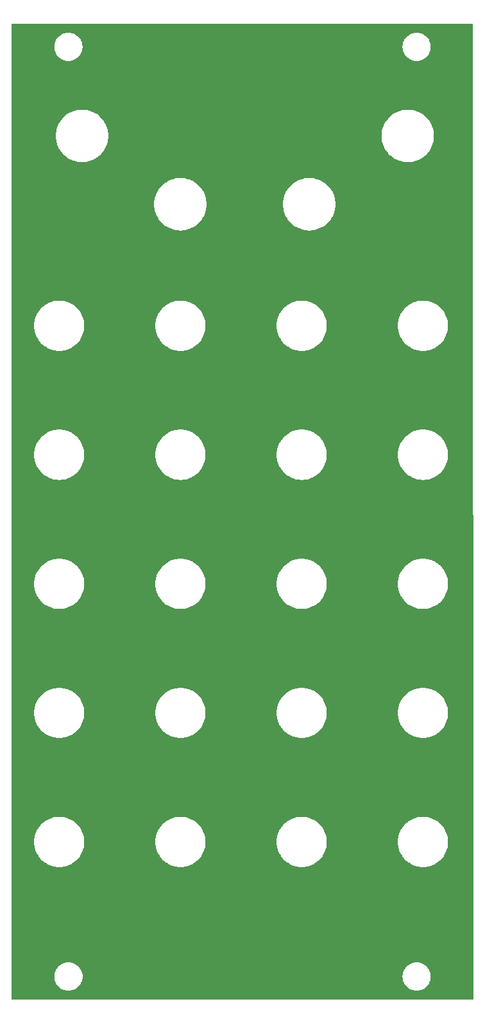
<source format=gbl>
G04 Layer_Physical_Order=2*
G04 Layer_Color=16711680*
%FSLAX25Y25*%
%MOIN*%
G70*
G01*
G75*
G36*
X-0Y-515158D02*
X-354Y-515512D01*
X-240000Y-515512D01*
Y-9606D01*
X-216D01*
X-0Y-515158D01*
D02*
G37*
%LPC*%
G36*
X-25475Y-353803D02*
X-27049D01*
X-27115Y-353816D01*
X-27182Y-353812D01*
X-28743Y-354017D01*
X-28806Y-354039D01*
X-28873Y-354043D01*
X-30394Y-354451D01*
X-30454Y-354481D01*
X-30520Y-354494D01*
X-31974Y-355096D01*
X-32030Y-355134D01*
X-32094Y-355155D01*
X-33457Y-355942D01*
X-33508Y-355986D01*
X-33568Y-356016D01*
X-34817Y-356974D01*
X-34861Y-357025D01*
X-34917Y-357062D01*
X-36030Y-358175D01*
X-36068Y-358231D01*
X-36118Y-358276D01*
X-37076Y-359524D01*
X-37106Y-359585D01*
X-37150Y-359635D01*
X-37937Y-360999D01*
X-37959Y-361062D01*
X-37996Y-361118D01*
X-38599Y-362572D01*
X-38612Y-362638D01*
X-38642Y-362699D01*
X-39049Y-364219D01*
X-39053Y-364286D01*
X-39075Y-364350D01*
X-39281Y-365911D01*
X-39276Y-365978D01*
X-39289Y-366044D01*
Y-367618D01*
X-39276Y-367684D01*
X-39281Y-367751D01*
X-39075Y-369311D01*
X-39053Y-369375D01*
X-39049Y-369442D01*
X-38642Y-370963D01*
X-38612Y-371023D01*
X-38599Y-371089D01*
X-37996Y-372543D01*
X-37959Y-372599D01*
X-37937Y-372663D01*
X-37150Y-374026D01*
X-37106Y-374077D01*
X-37076Y-374137D01*
X-36118Y-375386D01*
X-36068Y-375430D01*
X-36030Y-375486D01*
X-34917Y-376599D01*
X-34861Y-376636D01*
X-34817Y-376687D01*
X-33568Y-377645D01*
X-33508Y-377675D01*
X-33457Y-377719D01*
X-32094Y-378506D01*
X-32030Y-378528D01*
X-31974Y-378565D01*
X-30520Y-379168D01*
X-30454Y-379181D01*
X-30394Y-379211D01*
X-28873Y-379618D01*
X-28806Y-379622D01*
X-28743Y-379644D01*
X-27182Y-379849D01*
X-27115Y-379845D01*
X-27049Y-379858D01*
X-25475D01*
X-25409Y-379845D01*
X-25342Y-379849D01*
X-23781Y-379644D01*
X-23717Y-379622D01*
X-23650Y-379618D01*
X-22130Y-379211D01*
X-22070Y-379181D01*
X-22004Y-379168D01*
X-20549Y-378565D01*
X-20493Y-378528D01*
X-20430Y-378506D01*
X-19067Y-377719D01*
X-19016Y-377675D01*
X-18956Y-377645D01*
X-17707Y-376687D01*
X-17662Y-376636D01*
X-17606Y-376599D01*
X-16493Y-375486D01*
X-16456Y-375430D01*
X-16406Y-375386D01*
X-15447Y-374137D01*
X-15418Y-374077D01*
X-15373Y-374026D01*
X-14586Y-372663D01*
X-14565Y-372599D01*
X-14527Y-372543D01*
X-13925Y-371089D01*
X-13912Y-371023D01*
X-13882Y-370963D01*
X-13475Y-369442D01*
X-13470Y-369375D01*
X-13449Y-369311D01*
X-13243Y-367751D01*
X-13248Y-367684D01*
X-13234Y-367618D01*
Y-366044D01*
X-13248Y-365978D01*
X-13243Y-365911D01*
X-13449Y-364350D01*
X-13470Y-364286D01*
X-13475Y-364219D01*
X-13882Y-362699D01*
X-13912Y-362638D01*
X-13925Y-362572D01*
X-14527Y-361118D01*
X-14565Y-361062D01*
X-14586Y-360999D01*
X-15373Y-359635D01*
X-15418Y-359585D01*
X-15447Y-359524D01*
X-16406Y-358276D01*
X-16456Y-358231D01*
X-16493Y-358175D01*
X-17606Y-357062D01*
X-17662Y-357025D01*
X-17707Y-356974D01*
X-18956Y-356016D01*
X-19016Y-355986D01*
X-19067Y-355942D01*
X-20430Y-355155D01*
X-20493Y-355134D01*
X-20549Y-355096D01*
X-22004Y-354494D01*
X-22070Y-354481D01*
X-22130Y-354451D01*
X-23650Y-354043D01*
X-23717Y-354039D01*
X-23781Y-354017D01*
X-25342Y-353812D01*
X-25409Y-353816D01*
X-25475Y-353803D01*
D02*
G37*
G36*
X-88467D02*
X-90041D01*
X-90107Y-353816D01*
X-90174Y-353812D01*
X-91735Y-354017D01*
X-91798Y-354039D01*
X-91865Y-354043D01*
X-93386Y-354451D01*
X-93446Y-354481D01*
X-93512Y-354494D01*
X-94966Y-355096D01*
X-95022Y-355134D01*
X-95086Y-355155D01*
X-96449Y-355942D01*
X-96500Y-355986D01*
X-96560Y-356016D01*
X-97809Y-356974D01*
X-97853Y-357025D01*
X-97909Y-357062D01*
X-99022Y-358175D01*
X-99060Y-358231D01*
X-99110Y-358276D01*
X-100068Y-359524D01*
X-100098Y-359585D01*
X-100143Y-359635D01*
X-100929Y-360999D01*
X-100951Y-361062D01*
X-100988Y-361118D01*
X-101591Y-362572D01*
X-101604Y-362638D01*
X-101634Y-362699D01*
X-102041Y-364219D01*
X-102046Y-364286D01*
X-102067Y-364350D01*
X-102273Y-365911D01*
X-102268Y-365978D01*
X-102281Y-366044D01*
Y-367618D01*
X-102268Y-367684D01*
X-102273Y-367751D01*
X-102067Y-369311D01*
X-102046Y-369375D01*
X-102041Y-369442D01*
X-101634Y-370963D01*
X-101604Y-371023D01*
X-101591Y-371089D01*
X-100988Y-372543D01*
X-100951Y-372599D01*
X-100929Y-372663D01*
X-100143Y-374026D01*
X-100098Y-374077D01*
X-100068Y-374137D01*
X-99110Y-375386D01*
X-99060Y-375430D01*
X-99022Y-375486D01*
X-97909Y-376599D01*
X-97853Y-376636D01*
X-97809Y-376687D01*
X-96560Y-377645D01*
X-96500Y-377675D01*
X-96449Y-377719D01*
X-95086Y-378506D01*
X-95022Y-378528D01*
X-94966Y-378565D01*
X-93512Y-379168D01*
X-93446Y-379181D01*
X-93386Y-379211D01*
X-91865Y-379618D01*
X-91798Y-379622D01*
X-91735Y-379644D01*
X-90174Y-379849D01*
X-90107Y-379845D01*
X-90041Y-379858D01*
X-88467D01*
X-88401Y-379845D01*
X-88334Y-379849D01*
X-86773Y-379644D01*
X-86709Y-379622D01*
X-86642Y-379618D01*
X-85122Y-379211D01*
X-85062Y-379181D01*
X-84996Y-379168D01*
X-83541Y-378565D01*
X-83486Y-378528D01*
X-83422Y-378506D01*
X-82059Y-377719D01*
X-82008Y-377675D01*
X-81948Y-377645D01*
X-80699Y-376687D01*
X-80655Y-376636D01*
X-80599Y-376599D01*
X-79486Y-375486D01*
X-79448Y-375430D01*
X-79398Y-375386D01*
X-78439Y-374137D01*
X-78410Y-374077D01*
X-78365Y-374026D01*
X-77578Y-372663D01*
X-77557Y-372599D01*
X-77519Y-372543D01*
X-76917Y-371089D01*
X-76904Y-371023D01*
X-76874Y-370963D01*
X-76467Y-369442D01*
X-76462Y-369375D01*
X-76441Y-369311D01*
X-76235Y-367751D01*
X-76240Y-367684D01*
X-76226Y-367618D01*
Y-366044D01*
X-76240Y-365978D01*
X-76235Y-365911D01*
X-76441Y-364350D01*
X-76462Y-364286D01*
X-76467Y-364219D01*
X-76874Y-362699D01*
X-76904Y-362638D01*
X-76917Y-362572D01*
X-77519Y-361118D01*
X-77557Y-361062D01*
X-77578Y-360999D01*
X-78365Y-359635D01*
X-78410Y-359585D01*
X-78439Y-359524D01*
X-79398Y-358276D01*
X-79448Y-358231D01*
X-79486Y-358175D01*
X-80599Y-357062D01*
X-80655Y-357025D01*
X-80699Y-356974D01*
X-81948Y-356016D01*
X-82008Y-355986D01*
X-82059Y-355942D01*
X-83422Y-355155D01*
X-83486Y-355134D01*
X-83541Y-355096D01*
X-84996Y-354494D01*
X-85062Y-354481D01*
X-85122Y-354451D01*
X-86642Y-354043D01*
X-86709Y-354039D01*
X-86773Y-354017D01*
X-88334Y-353812D01*
X-88401Y-353816D01*
X-88467Y-353803D01*
D02*
G37*
G36*
X-151459D02*
X-153033D01*
X-153099Y-353816D01*
X-153166Y-353812D01*
X-154727Y-354017D01*
X-154790Y-354039D01*
X-154858Y-354043D01*
X-156378Y-354451D01*
X-156438Y-354481D01*
X-156504Y-354494D01*
X-157959Y-355096D01*
X-158015Y-355134D01*
X-158078Y-355155D01*
X-159441Y-355942D01*
X-159492Y-355986D01*
X-159552Y-356016D01*
X-160801Y-356974D01*
X-160845Y-357025D01*
X-160901Y-357062D01*
X-162014Y-358175D01*
X-162052Y-358231D01*
X-162102Y-358276D01*
X-163061Y-359524D01*
X-163090Y-359585D01*
X-163135Y-359635D01*
X-163922Y-360999D01*
X-163943Y-361062D01*
X-163981Y-361118D01*
X-164583Y-362572D01*
X-164596Y-362638D01*
X-164626Y-362699D01*
X-165033Y-364219D01*
X-165038Y-364286D01*
X-165059Y-364350D01*
X-165265Y-365911D01*
X-165260Y-365978D01*
X-165274Y-366044D01*
Y-367618D01*
X-165260Y-367684D01*
X-165265Y-367751D01*
X-165059Y-369311D01*
X-165038Y-369375D01*
X-165033Y-369442D01*
X-164626Y-370963D01*
X-164596Y-371023D01*
X-164583Y-371089D01*
X-163981Y-372543D01*
X-163943Y-372599D01*
X-163922Y-372663D01*
X-163135Y-374026D01*
X-163090Y-374077D01*
X-163061Y-374137D01*
X-162102Y-375386D01*
X-162052Y-375430D01*
X-162014Y-375486D01*
X-160901Y-376599D01*
X-160845Y-376636D01*
X-160801Y-376687D01*
X-159552Y-377645D01*
X-159492Y-377675D01*
X-159441Y-377719D01*
X-158078Y-378506D01*
X-158015Y-378528D01*
X-157959Y-378565D01*
X-156504Y-379168D01*
X-156438Y-379181D01*
X-156378Y-379211D01*
X-154858Y-379618D01*
X-154790Y-379622D01*
X-154727Y-379644D01*
X-153166Y-379849D01*
X-153099Y-379845D01*
X-153033Y-379858D01*
X-151459D01*
X-151393Y-379845D01*
X-151326Y-379849D01*
X-149765Y-379644D01*
X-149702Y-379622D01*
X-149635Y-379618D01*
X-148114Y-379211D01*
X-148054Y-379181D01*
X-147988Y-379168D01*
X-146534Y-378565D01*
X-146478Y-378528D01*
X-146414Y-378506D01*
X-145051Y-377719D01*
X-145000Y-377675D01*
X-144940Y-377645D01*
X-143691Y-376687D01*
X-143647Y-376636D01*
X-143591Y-376599D01*
X-142478Y-375486D01*
X-142440Y-375430D01*
X-142390Y-375386D01*
X-141432Y-374137D01*
X-141402Y-374077D01*
X-141358Y-374026D01*
X-140570Y-372663D01*
X-140549Y-372599D01*
X-140512Y-372543D01*
X-139909Y-371089D01*
X-139896Y-371023D01*
X-139866Y-370963D01*
X-139459Y-369442D01*
X-139454Y-369375D01*
X-139433Y-369311D01*
X-139227Y-367751D01*
X-139232Y-367684D01*
X-139219Y-367618D01*
Y-366044D01*
X-139232Y-365978D01*
X-139227Y-365911D01*
X-139433Y-364350D01*
X-139454Y-364286D01*
X-139459Y-364219D01*
X-139866Y-362699D01*
X-139896Y-362638D01*
X-139909Y-362572D01*
X-140512Y-361118D01*
X-140549Y-361062D01*
X-140570Y-360999D01*
X-141358Y-359635D01*
X-141402Y-359585D01*
X-141432Y-359524D01*
X-142390Y-358276D01*
X-142440Y-358231D01*
X-142478Y-358175D01*
X-143591Y-357062D01*
X-143647Y-357025D01*
X-143691Y-356974D01*
X-144940Y-356016D01*
X-145000Y-355986D01*
X-145051Y-355942D01*
X-146414Y-355155D01*
X-146478Y-355134D01*
X-146534Y-355096D01*
X-147988Y-354494D01*
X-148054Y-354481D01*
X-148114Y-354451D01*
X-149635Y-354043D01*
X-149702Y-354039D01*
X-149765Y-354017D01*
X-151326Y-353812D01*
X-151393Y-353816D01*
X-151459Y-353803D01*
D02*
G37*
G36*
X-88467Y-286874D02*
X-90041D01*
X-90107Y-286887D01*
X-90174Y-286883D01*
X-91735Y-287088D01*
X-91798Y-287110D01*
X-91865Y-287114D01*
X-93386Y-287522D01*
X-93446Y-287551D01*
X-93512Y-287565D01*
X-94966Y-288167D01*
X-95022Y-288204D01*
X-95086Y-288226D01*
X-96449Y-289013D01*
X-96500Y-289057D01*
X-96560Y-289087D01*
X-97809Y-290045D01*
X-97853Y-290096D01*
X-97909Y-290133D01*
X-99022Y-291246D01*
X-99060Y-291302D01*
X-99110Y-291347D01*
X-100068Y-292595D01*
X-100098Y-292656D01*
X-100143Y-292706D01*
X-100929Y-294070D01*
X-100951Y-294133D01*
X-100988Y-294189D01*
X-101591Y-295643D01*
X-101604Y-295709D01*
X-101634Y-295770D01*
X-102041Y-297290D01*
X-102046Y-297357D01*
X-102067Y-297421D01*
X-102273Y-298981D01*
X-102268Y-299049D01*
X-102281Y-299115D01*
Y-300689D01*
X-102268Y-300755D01*
X-102273Y-300822D01*
X-102067Y-302382D01*
X-102046Y-302446D01*
X-102041Y-302513D01*
X-101634Y-304034D01*
X-101604Y-304094D01*
X-101591Y-304160D01*
X-100988Y-305614D01*
X-100951Y-305670D01*
X-100929Y-305734D01*
X-100143Y-307097D01*
X-100098Y-307148D01*
X-100068Y-307208D01*
X-99110Y-308457D01*
X-99060Y-308501D01*
X-99022Y-308557D01*
X-97909Y-309670D01*
X-97853Y-309707D01*
X-97809Y-309758D01*
X-96560Y-310716D01*
X-96500Y-310746D01*
X-96449Y-310790D01*
X-95086Y-311577D01*
X-95022Y-311599D01*
X-94966Y-311636D01*
X-93512Y-312239D01*
X-93446Y-312252D01*
X-93386Y-312281D01*
X-91865Y-312689D01*
X-91798Y-312693D01*
X-91735Y-312715D01*
X-90174Y-312920D01*
X-90107Y-312916D01*
X-90041Y-312929D01*
X-88467D01*
X-88401Y-312916D01*
X-88334Y-312920D01*
X-86773Y-312715D01*
X-86709Y-312693D01*
X-86642Y-312689D01*
X-85122Y-312281D01*
X-85062Y-312252D01*
X-84996Y-312239D01*
X-83541Y-311636D01*
X-83486Y-311599D01*
X-83422Y-311577D01*
X-82059Y-310790D01*
X-82008Y-310746D01*
X-81948Y-310716D01*
X-80699Y-309758D01*
X-80655Y-309707D01*
X-80599Y-309670D01*
X-79486Y-308557D01*
X-79448Y-308501D01*
X-79398Y-308457D01*
X-78439Y-307208D01*
X-78410Y-307148D01*
X-78365Y-307097D01*
X-77578Y-305734D01*
X-77557Y-305670D01*
X-77519Y-305614D01*
X-76917Y-304160D01*
X-76904Y-304094D01*
X-76874Y-304034D01*
X-76467Y-302513D01*
X-76462Y-302446D01*
X-76441Y-302382D01*
X-76235Y-300822D01*
X-76240Y-300755D01*
X-76226Y-300689D01*
Y-299115D01*
X-76240Y-299049D01*
X-76235Y-298981D01*
X-76441Y-297421D01*
X-76462Y-297357D01*
X-76467Y-297290D01*
X-76874Y-295770D01*
X-76904Y-295709D01*
X-76917Y-295643D01*
X-77519Y-294189D01*
X-77557Y-294133D01*
X-77578Y-294070D01*
X-78365Y-292706D01*
X-78410Y-292656D01*
X-78439Y-292595D01*
X-79398Y-291347D01*
X-79448Y-291302D01*
X-79486Y-291246D01*
X-80599Y-290133D01*
X-80655Y-290096D01*
X-80699Y-290045D01*
X-81948Y-289087D01*
X-82008Y-289057D01*
X-82059Y-289013D01*
X-83422Y-288226D01*
X-83486Y-288204D01*
X-83541Y-288167D01*
X-84996Y-287565D01*
X-85062Y-287551D01*
X-85122Y-287522D01*
X-86642Y-287114D01*
X-86709Y-287110D01*
X-86773Y-287088D01*
X-88334Y-286883D01*
X-88401Y-286887D01*
X-88467Y-286874D01*
D02*
G37*
G36*
X-151459D02*
X-153033D01*
X-153099Y-286887D01*
X-153166Y-286883D01*
X-154727Y-287088D01*
X-154790Y-287110D01*
X-154858Y-287114D01*
X-156378Y-287522D01*
X-156438Y-287551D01*
X-156504Y-287565D01*
X-157959Y-288167D01*
X-158015Y-288204D01*
X-158078Y-288226D01*
X-159441Y-289013D01*
X-159492Y-289057D01*
X-159552Y-289087D01*
X-160801Y-290045D01*
X-160845Y-290096D01*
X-160901Y-290133D01*
X-162014Y-291246D01*
X-162052Y-291302D01*
X-162102Y-291347D01*
X-163061Y-292595D01*
X-163090Y-292656D01*
X-163135Y-292706D01*
X-163922Y-294070D01*
X-163943Y-294133D01*
X-163981Y-294189D01*
X-164583Y-295643D01*
X-164596Y-295709D01*
X-164626Y-295770D01*
X-165033Y-297290D01*
X-165038Y-297357D01*
X-165059Y-297421D01*
X-165265Y-298981D01*
X-165260Y-299049D01*
X-165274Y-299115D01*
Y-300689D01*
X-165260Y-300755D01*
X-165265Y-300822D01*
X-165059Y-302382D01*
X-165038Y-302446D01*
X-165033Y-302513D01*
X-164626Y-304034D01*
X-164596Y-304094D01*
X-164583Y-304160D01*
X-163981Y-305614D01*
X-163943Y-305670D01*
X-163922Y-305734D01*
X-163135Y-307097D01*
X-163090Y-307148D01*
X-163061Y-307208D01*
X-162102Y-308457D01*
X-162052Y-308501D01*
X-162014Y-308557D01*
X-160901Y-309670D01*
X-160845Y-309707D01*
X-160801Y-309758D01*
X-159552Y-310716D01*
X-159492Y-310746D01*
X-159441Y-310790D01*
X-158078Y-311577D01*
X-158015Y-311599D01*
X-157959Y-311636D01*
X-156504Y-312239D01*
X-156438Y-312252D01*
X-156378Y-312281D01*
X-154858Y-312689D01*
X-154790Y-312693D01*
X-154727Y-312715D01*
X-153166Y-312920D01*
X-153099Y-312916D01*
X-153033Y-312929D01*
X-151459D01*
X-151393Y-312916D01*
X-151326Y-312920D01*
X-149765Y-312715D01*
X-149702Y-312693D01*
X-149635Y-312689D01*
X-148114Y-312281D01*
X-148054Y-312252D01*
X-147988Y-312239D01*
X-146534Y-311636D01*
X-146478Y-311599D01*
X-146414Y-311577D01*
X-145051Y-310790D01*
X-145000Y-310746D01*
X-144940Y-310716D01*
X-143691Y-309758D01*
X-143647Y-309707D01*
X-143591Y-309670D01*
X-142478Y-308557D01*
X-142440Y-308501D01*
X-142390Y-308457D01*
X-141432Y-307208D01*
X-141402Y-307148D01*
X-141358Y-307097D01*
X-140570Y-305734D01*
X-140549Y-305670D01*
X-140512Y-305614D01*
X-139909Y-304160D01*
X-139896Y-304094D01*
X-139866Y-304034D01*
X-139459Y-302513D01*
X-139454Y-302446D01*
X-139433Y-302382D01*
X-139227Y-300822D01*
X-139232Y-300755D01*
X-139219Y-300689D01*
Y-299115D01*
X-139232Y-299049D01*
X-139227Y-298981D01*
X-139433Y-297421D01*
X-139454Y-297357D01*
X-139459Y-297290D01*
X-139866Y-295770D01*
X-139896Y-295709D01*
X-139909Y-295643D01*
X-140512Y-294189D01*
X-140549Y-294133D01*
X-140570Y-294070D01*
X-141358Y-292706D01*
X-141402Y-292656D01*
X-141432Y-292595D01*
X-142390Y-291347D01*
X-142440Y-291302D01*
X-142478Y-291246D01*
X-143591Y-290133D01*
X-143647Y-290096D01*
X-143691Y-290045D01*
X-144940Y-289087D01*
X-145000Y-289057D01*
X-145051Y-289013D01*
X-146414Y-288226D01*
X-146478Y-288204D01*
X-146534Y-288167D01*
X-147988Y-287565D01*
X-148054Y-287551D01*
X-148114Y-287522D01*
X-149635Y-287114D01*
X-149702Y-287110D01*
X-149765Y-287088D01*
X-151326Y-286883D01*
X-151393Y-286887D01*
X-151459Y-286874D01*
D02*
G37*
G36*
X-214451D02*
X-216025D01*
X-216091Y-286887D01*
X-216158Y-286883D01*
X-217719Y-287088D01*
X-217783Y-287110D01*
X-217850Y-287114D01*
X-219370Y-287522D01*
X-219430Y-287551D01*
X-219496Y-287565D01*
X-220951Y-288167D01*
X-221007Y-288204D01*
X-221070Y-288226D01*
X-222433Y-289013D01*
X-222484Y-289057D01*
X-222544Y-289087D01*
X-223793Y-290045D01*
X-223838Y-290096D01*
X-223893Y-290133D01*
X-225007Y-291246D01*
X-225044Y-291302D01*
X-225095Y-291347D01*
X-226053Y-292595D01*
X-226082Y-292656D01*
X-226127Y-292706D01*
X-226914Y-294070D01*
X-226935Y-294133D01*
X-226973Y-294189D01*
X-227575Y-295643D01*
X-227588Y-295709D01*
X-227618Y-295770D01*
X-228026Y-297290D01*
X-228030Y-297357D01*
X-228051Y-297421D01*
X-228257Y-298981D01*
X-228253Y-299049D01*
X-228266Y-299115D01*
Y-300689D01*
X-228253Y-300755D01*
X-228257Y-300822D01*
X-228051Y-302382D01*
X-228030Y-302446D01*
X-228026Y-302513D01*
X-227618Y-304034D01*
X-227588Y-304094D01*
X-227575Y-304160D01*
X-226973Y-305614D01*
X-226935Y-305670D01*
X-226914Y-305734D01*
X-226127Y-307097D01*
X-226082Y-307148D01*
X-226053Y-307208D01*
X-225095Y-308457D01*
X-225044Y-308501D01*
X-225007Y-308557D01*
X-223893Y-309670D01*
X-223838Y-309707D01*
X-223793Y-309758D01*
X-222544Y-310716D01*
X-222484Y-310746D01*
X-222433Y-310790D01*
X-221070Y-311577D01*
X-221007Y-311599D01*
X-220951Y-311636D01*
X-219496Y-312239D01*
X-219430Y-312252D01*
X-219370Y-312281D01*
X-217850Y-312689D01*
X-217783Y-312693D01*
X-217719Y-312715D01*
X-216158Y-312920D01*
X-216091Y-312916D01*
X-216025Y-312929D01*
X-214451D01*
X-214385Y-312916D01*
X-214318Y-312920D01*
X-212757Y-312715D01*
X-212694Y-312693D01*
X-212627Y-312689D01*
X-211106Y-312281D01*
X-211046Y-312252D01*
X-210980Y-312239D01*
X-209526Y-311636D01*
X-209470Y-311599D01*
X-209406Y-311577D01*
X-208043Y-310790D01*
X-207992Y-310746D01*
X-207932Y-310716D01*
X-206683Y-309758D01*
X-206639Y-309707D01*
X-206583Y-309670D01*
X-205470Y-308557D01*
X-205433Y-308501D01*
X-205382Y-308457D01*
X-204424Y-307208D01*
X-204394Y-307148D01*
X-204350Y-307097D01*
X-203563Y-305734D01*
X-203541Y-305670D01*
X-203504Y-305614D01*
X-202901Y-304160D01*
X-202888Y-304094D01*
X-202858Y-304034D01*
X-202451Y-302513D01*
X-202447Y-302446D01*
X-202425Y-302382D01*
X-202220Y-300822D01*
X-202224Y-300755D01*
X-202211Y-300689D01*
Y-299115D01*
X-202224Y-299049D01*
X-202220Y-298981D01*
X-202425Y-297421D01*
X-202447Y-297357D01*
X-202451Y-297290D01*
X-202858Y-295770D01*
X-202888Y-295709D01*
X-202901Y-295643D01*
X-203504Y-294189D01*
X-203541Y-294133D01*
X-203563Y-294070D01*
X-204350Y-292706D01*
X-204394Y-292656D01*
X-204424Y-292595D01*
X-205382Y-291347D01*
X-205433Y-291302D01*
X-205470Y-291246D01*
X-206583Y-290133D01*
X-206639Y-290096D01*
X-206683Y-290045D01*
X-207932Y-289087D01*
X-207992Y-289057D01*
X-208043Y-289013D01*
X-209406Y-288226D01*
X-209470Y-288204D01*
X-209526Y-288167D01*
X-210980Y-287565D01*
X-211046Y-287551D01*
X-211106Y-287522D01*
X-212627Y-287114D01*
X-212694Y-287110D01*
X-212757Y-287088D01*
X-214318Y-286883D01*
X-214385Y-286887D01*
X-214451Y-286874D01*
D02*
G37*
G36*
Y-353803D02*
X-216025D01*
X-216091Y-353816D01*
X-216158Y-353812D01*
X-217719Y-354017D01*
X-217783Y-354039D01*
X-217850Y-354043D01*
X-219370Y-354451D01*
X-219430Y-354481D01*
X-219496Y-354494D01*
X-220951Y-355096D01*
X-221007Y-355134D01*
X-221070Y-355155D01*
X-222433Y-355942D01*
X-222484Y-355986D01*
X-222544Y-356016D01*
X-223793Y-356974D01*
X-223838Y-357025D01*
X-223893Y-357062D01*
X-225007Y-358175D01*
X-225044Y-358231D01*
X-225095Y-358276D01*
X-226053Y-359524D01*
X-226082Y-359585D01*
X-226127Y-359635D01*
X-226914Y-360999D01*
X-226935Y-361062D01*
X-226973Y-361118D01*
X-227575Y-362572D01*
X-227588Y-362638D01*
X-227618Y-362699D01*
X-228026Y-364219D01*
X-228030Y-364286D01*
X-228051Y-364350D01*
X-228257Y-365911D01*
X-228253Y-365978D01*
X-228266Y-366044D01*
Y-367618D01*
X-228253Y-367684D01*
X-228257Y-367751D01*
X-228051Y-369311D01*
X-228030Y-369375D01*
X-228026Y-369442D01*
X-227618Y-370963D01*
X-227588Y-371023D01*
X-227575Y-371089D01*
X-226973Y-372543D01*
X-226935Y-372599D01*
X-226914Y-372663D01*
X-226127Y-374026D01*
X-226082Y-374077D01*
X-226053Y-374137D01*
X-225095Y-375386D01*
X-225044Y-375430D01*
X-225007Y-375486D01*
X-223893Y-376599D01*
X-223838Y-376636D01*
X-223793Y-376687D01*
X-222544Y-377645D01*
X-222484Y-377675D01*
X-222433Y-377719D01*
X-221070Y-378506D01*
X-221007Y-378528D01*
X-220951Y-378565D01*
X-219496Y-379168D01*
X-219430Y-379181D01*
X-219370Y-379211D01*
X-217850Y-379618D01*
X-217783Y-379622D01*
X-217719Y-379644D01*
X-216158Y-379849D01*
X-216091Y-379845D01*
X-216025Y-379858D01*
X-214451D01*
X-214385Y-379845D01*
X-214318Y-379849D01*
X-212757Y-379644D01*
X-212694Y-379622D01*
X-212627Y-379618D01*
X-211106Y-379211D01*
X-211046Y-379181D01*
X-210980Y-379168D01*
X-209526Y-378565D01*
X-209470Y-378528D01*
X-209406Y-378506D01*
X-208043Y-377719D01*
X-207992Y-377675D01*
X-207932Y-377645D01*
X-206683Y-376687D01*
X-206639Y-376636D01*
X-206583Y-376599D01*
X-205470Y-375486D01*
X-205433Y-375430D01*
X-205382Y-375386D01*
X-204424Y-374137D01*
X-204394Y-374077D01*
X-204350Y-374026D01*
X-203563Y-372663D01*
X-203541Y-372599D01*
X-203504Y-372543D01*
X-202901Y-371089D01*
X-202888Y-371023D01*
X-202858Y-370963D01*
X-202451Y-369442D01*
X-202447Y-369375D01*
X-202425Y-369311D01*
X-202220Y-367751D01*
X-202224Y-367684D01*
X-202211Y-367618D01*
Y-366044D01*
X-202224Y-365978D01*
X-202220Y-365911D01*
X-202425Y-364350D01*
X-202447Y-364286D01*
X-202451Y-364219D01*
X-202858Y-362699D01*
X-202888Y-362638D01*
X-202901Y-362572D01*
X-203504Y-361118D01*
X-203541Y-361062D01*
X-203563Y-360999D01*
X-204350Y-359635D01*
X-204394Y-359585D01*
X-204424Y-359524D01*
X-205382Y-358276D01*
X-205433Y-358231D01*
X-205470Y-358175D01*
X-206583Y-357062D01*
X-206639Y-357025D01*
X-206683Y-356974D01*
X-207932Y-356016D01*
X-207992Y-355986D01*
X-208043Y-355942D01*
X-209406Y-355155D01*
X-209470Y-355134D01*
X-209526Y-355096D01*
X-210980Y-354494D01*
X-211046Y-354481D01*
X-211106Y-354451D01*
X-212627Y-354043D01*
X-212694Y-354039D01*
X-212757Y-354017D01*
X-214318Y-353812D01*
X-214385Y-353816D01*
X-214451Y-353803D01*
D02*
G37*
G36*
Y-420732D02*
X-216025D01*
X-216091Y-420746D01*
X-216158Y-420741D01*
X-217719Y-420947D01*
X-217783Y-420968D01*
X-217850Y-420972D01*
X-219370Y-421380D01*
X-219430Y-421410D01*
X-219496Y-421423D01*
X-220951Y-422025D01*
X-221007Y-422063D01*
X-221070Y-422084D01*
X-222433Y-422871D01*
X-222484Y-422916D01*
X-222544Y-422945D01*
X-223793Y-423904D01*
X-223838Y-423954D01*
X-223893Y-423991D01*
X-225007Y-425105D01*
X-225044Y-425161D01*
X-225095Y-425205D01*
X-226053Y-426454D01*
X-226082Y-426514D01*
X-226127Y-426565D01*
X-226914Y-427928D01*
X-226935Y-427991D01*
X-226973Y-428047D01*
X-227575Y-429501D01*
X-227588Y-429567D01*
X-227618Y-429628D01*
X-228026Y-431148D01*
X-228030Y-431215D01*
X-228051Y-431279D01*
X-228257Y-432840D01*
X-228253Y-432907D01*
X-228266Y-432973D01*
Y-434547D01*
X-228253Y-434613D01*
X-228257Y-434680D01*
X-228051Y-436240D01*
X-228030Y-436304D01*
X-228026Y-436371D01*
X-227618Y-437892D01*
X-227588Y-437952D01*
X-227575Y-438018D01*
X-226973Y-439472D01*
X-226935Y-439528D01*
X-226914Y-439592D01*
X-226127Y-440955D01*
X-226082Y-441006D01*
X-226053Y-441066D01*
X-225095Y-442315D01*
X-225044Y-442359D01*
X-225007Y-442415D01*
X-223893Y-443528D01*
X-223838Y-443566D01*
X-223793Y-443616D01*
X-222544Y-444574D01*
X-222484Y-444604D01*
X-222433Y-444648D01*
X-221070Y-445435D01*
X-221007Y-445457D01*
X-220951Y-445494D01*
X-219496Y-446097D01*
X-219430Y-446110D01*
X-219370Y-446140D01*
X-217850Y-446547D01*
X-217783Y-446552D01*
X-217719Y-446573D01*
X-216158Y-446778D01*
X-216091Y-446774D01*
X-216025Y-446787D01*
X-214451D01*
X-214385Y-446774D01*
X-214318Y-446778D01*
X-212757Y-446573D01*
X-212694Y-446552D01*
X-212627Y-446547D01*
X-211106Y-446140D01*
X-211046Y-446110D01*
X-210980Y-446097D01*
X-209526Y-445494D01*
X-209470Y-445457D01*
X-209406Y-445435D01*
X-208043Y-444648D01*
X-207992Y-444604D01*
X-207932Y-444574D01*
X-206683Y-443616D01*
X-206639Y-443566D01*
X-206583Y-443528D01*
X-205470Y-442415D01*
X-205433Y-442359D01*
X-205382Y-442315D01*
X-204424Y-441066D01*
X-204394Y-441006D01*
X-204350Y-440955D01*
X-203563Y-439592D01*
X-203541Y-439528D01*
X-203504Y-439472D01*
X-202901Y-438018D01*
X-202888Y-437952D01*
X-202858Y-437892D01*
X-202451Y-436371D01*
X-202447Y-436304D01*
X-202425Y-436240D01*
X-202220Y-434680D01*
X-202224Y-434613D01*
X-202211Y-434547D01*
Y-432973D01*
X-202224Y-432907D01*
X-202220Y-432840D01*
X-202425Y-431279D01*
X-202447Y-431215D01*
X-202451Y-431148D01*
X-202858Y-429628D01*
X-202888Y-429567D01*
X-202901Y-429501D01*
X-203504Y-428047D01*
X-203541Y-427991D01*
X-203563Y-427928D01*
X-204350Y-426565D01*
X-204394Y-426514D01*
X-204424Y-426454D01*
X-205382Y-425205D01*
X-205433Y-425161D01*
X-205470Y-425105D01*
X-206583Y-423991D01*
X-206639Y-423954D01*
X-206683Y-423904D01*
X-207932Y-422945D01*
X-207992Y-422916D01*
X-208043Y-422871D01*
X-209406Y-422084D01*
X-209470Y-422063D01*
X-209526Y-422025D01*
X-210980Y-421423D01*
X-211046Y-421410D01*
X-211106Y-421380D01*
X-212627Y-420972D01*
X-212694Y-420968D01*
X-212757Y-420947D01*
X-214318Y-420741D01*
X-214385Y-420746D01*
X-214451Y-420732D01*
D02*
G37*
G36*
X-28907Y-496264D02*
X-30148D01*
X-30246Y-496283D01*
X-30347D01*
X-31564Y-496526D01*
X-31657Y-496564D01*
X-31755Y-496584D01*
X-32901Y-497058D01*
X-32985Y-497114D01*
X-33078Y-497153D01*
X-34110Y-497842D01*
X-34181Y-497913D01*
X-34264Y-497969D01*
X-35141Y-498846D01*
X-35197Y-498930D01*
X-35268Y-499001D01*
X-35958Y-500033D01*
X-35996Y-500125D01*
X-36052Y-500209D01*
X-36527Y-501355D01*
X-36546Y-501454D01*
X-36585Y-501546D01*
X-36827Y-502763D01*
Y-502864D01*
X-36846Y-502962D01*
Y-504203D01*
X-36827Y-504302D01*
Y-504402D01*
X-36585Y-505619D01*
X-36546Y-505712D01*
X-36527Y-505810D01*
X-36052Y-506957D01*
X-35996Y-507040D01*
X-35958Y-507133D01*
X-35268Y-508165D01*
X-35197Y-508236D01*
X-35141Y-508319D01*
X-34264Y-509197D01*
X-34181Y-509252D01*
X-34110Y-509323D01*
X-33078Y-510013D01*
X-32985Y-510051D01*
X-32901Y-510107D01*
X-31755Y-510582D01*
X-31657Y-510601D01*
X-31564Y-510640D01*
X-30347Y-510882D01*
X-30246D01*
X-30148Y-510901D01*
X-28907D01*
X-28809Y-510882D01*
X-28708D01*
X-27491Y-510640D01*
X-27398Y-510601D01*
X-27300Y-510582D01*
X-26154Y-510107D01*
X-26070Y-510051D01*
X-25977Y-510013D01*
X-24946Y-509323D01*
X-24875Y-509252D01*
X-24791Y-509197D01*
X-23914Y-508319D01*
X-23858Y-508236D01*
X-23787Y-508165D01*
X-23098Y-507133D01*
X-23059Y-507040D01*
X-23003Y-506957D01*
X-22528Y-505810D01*
X-22509Y-505712D01*
X-22470Y-505619D01*
X-22228Y-504402D01*
Y-504302D01*
X-22209Y-504203D01*
Y-502962D01*
X-22228Y-502864D01*
Y-502763D01*
X-22470Y-501546D01*
X-22509Y-501454D01*
X-22528Y-501355D01*
X-23003Y-500209D01*
X-23059Y-500125D01*
X-23098Y-500033D01*
X-23787Y-499001D01*
X-23858Y-498930D01*
X-23914Y-498846D01*
X-24791Y-497969D01*
X-24875Y-497913D01*
X-24946Y-497842D01*
X-25977Y-497153D01*
X-26070Y-497114D01*
X-26154Y-497058D01*
X-27300Y-496584D01*
X-27398Y-496564D01*
X-27491Y-496526D01*
X-28708Y-496283D01*
X-28809D01*
X-28907Y-496264D01*
D02*
G37*
G36*
X-209847D02*
X-211088D01*
X-211187Y-496283D01*
X-211287D01*
X-212504Y-496526D01*
X-212597Y-496564D01*
X-212696Y-496584D01*
X-213842Y-497058D01*
X-213925Y-497114D01*
X-214018Y-497153D01*
X-215050Y-497842D01*
X-215121Y-497913D01*
X-215204Y-497969D01*
X-216082Y-498846D01*
X-216138Y-498930D01*
X-216209Y-499001D01*
X-216898Y-500033D01*
X-216936Y-500125D01*
X-216992Y-500209D01*
X-217467Y-501355D01*
X-217487Y-501454D01*
X-217525Y-501546D01*
X-217767Y-502763D01*
Y-502864D01*
X-217787Y-502962D01*
Y-504203D01*
X-217767Y-504302D01*
Y-504402D01*
X-217525Y-505619D01*
X-217487Y-505712D01*
X-217467Y-505810D01*
X-216992Y-506957D01*
X-216936Y-507040D01*
X-216898Y-507133D01*
X-216209Y-508165D01*
X-216138Y-508236D01*
X-216082Y-508319D01*
X-215204Y-509197D01*
X-215121Y-509252D01*
X-215050Y-509323D01*
X-214018Y-510013D01*
X-213925Y-510051D01*
X-213842Y-510107D01*
X-212696Y-510582D01*
X-212597Y-510601D01*
X-212504Y-510640D01*
X-211287Y-510882D01*
X-211187D01*
X-211088Y-510901D01*
X-209847D01*
X-209749Y-510882D01*
X-209649D01*
X-208432Y-510640D01*
X-208339Y-510601D01*
X-208240Y-510582D01*
X-207094Y-510107D01*
X-207011Y-510051D01*
X-206918Y-510013D01*
X-205886Y-509323D01*
X-205815Y-509252D01*
X-205732Y-509197D01*
X-204854Y-508319D01*
X-204798Y-508236D01*
X-204727Y-508165D01*
X-204038Y-507133D01*
X-203999Y-507040D01*
X-203944Y-506957D01*
X-203469Y-505810D01*
X-203449Y-505712D01*
X-203411Y-505619D01*
X-203169Y-504402D01*
Y-504302D01*
X-203149Y-504203D01*
Y-502962D01*
X-203169Y-502864D01*
Y-502763D01*
X-203411Y-501546D01*
X-203449Y-501454D01*
X-203469Y-501355D01*
X-203944Y-500209D01*
X-203999Y-500125D01*
X-204038Y-500033D01*
X-204727Y-499001D01*
X-204798Y-498930D01*
X-204854Y-498846D01*
X-205732Y-497969D01*
X-205815Y-497913D01*
X-205886Y-497842D01*
X-206918Y-497153D01*
X-207011Y-497114D01*
X-207094Y-497058D01*
X-208240Y-496584D01*
X-208339Y-496564D01*
X-208432Y-496526D01*
X-209649Y-496283D01*
X-209749D01*
X-209847Y-496264D01*
D02*
G37*
G36*
X-25475Y-420732D02*
X-27049D01*
X-27115Y-420746D01*
X-27182Y-420741D01*
X-28743Y-420947D01*
X-28806Y-420968D01*
X-28873Y-420972D01*
X-30394Y-421380D01*
X-30454Y-421410D01*
X-30520Y-421423D01*
X-31974Y-422025D01*
X-32030Y-422063D01*
X-32094Y-422084D01*
X-33457Y-422871D01*
X-33508Y-422916D01*
X-33568Y-422945D01*
X-34817Y-423904D01*
X-34861Y-423954D01*
X-34917Y-423991D01*
X-36030Y-425105D01*
X-36068Y-425161D01*
X-36118Y-425205D01*
X-37076Y-426454D01*
X-37106Y-426514D01*
X-37150Y-426565D01*
X-37937Y-427928D01*
X-37959Y-427991D01*
X-37996Y-428047D01*
X-38599Y-429501D01*
X-38612Y-429567D01*
X-38642Y-429628D01*
X-39049Y-431148D01*
X-39053Y-431215D01*
X-39075Y-431279D01*
X-39281Y-432840D01*
X-39276Y-432907D01*
X-39289Y-432973D01*
Y-434547D01*
X-39276Y-434613D01*
X-39281Y-434680D01*
X-39075Y-436240D01*
X-39053Y-436304D01*
X-39049Y-436371D01*
X-38642Y-437892D01*
X-38612Y-437952D01*
X-38599Y-438018D01*
X-37996Y-439472D01*
X-37959Y-439528D01*
X-37937Y-439592D01*
X-37150Y-440955D01*
X-37106Y-441006D01*
X-37076Y-441066D01*
X-36118Y-442315D01*
X-36068Y-442359D01*
X-36030Y-442415D01*
X-34917Y-443528D01*
X-34861Y-443566D01*
X-34817Y-443616D01*
X-33568Y-444574D01*
X-33508Y-444604D01*
X-33457Y-444648D01*
X-32094Y-445435D01*
X-32030Y-445457D01*
X-31974Y-445494D01*
X-30520Y-446097D01*
X-30454Y-446110D01*
X-30394Y-446140D01*
X-28873Y-446547D01*
X-28806Y-446552D01*
X-28743Y-446573D01*
X-27182Y-446778D01*
X-27115Y-446774D01*
X-27049Y-446787D01*
X-25475D01*
X-25409Y-446774D01*
X-25342Y-446778D01*
X-23781Y-446573D01*
X-23717Y-446552D01*
X-23650Y-446547D01*
X-22130Y-446140D01*
X-22070Y-446110D01*
X-22004Y-446097D01*
X-20549Y-445494D01*
X-20493Y-445457D01*
X-20430Y-445435D01*
X-19067Y-444648D01*
X-19016Y-444604D01*
X-18956Y-444574D01*
X-17707Y-443616D01*
X-17662Y-443566D01*
X-17606Y-443528D01*
X-16493Y-442415D01*
X-16456Y-442359D01*
X-16406Y-442315D01*
X-15447Y-441066D01*
X-15418Y-441006D01*
X-15373Y-440955D01*
X-14586Y-439592D01*
X-14565Y-439528D01*
X-14527Y-439472D01*
X-13925Y-438018D01*
X-13912Y-437952D01*
X-13882Y-437892D01*
X-13475Y-436371D01*
X-13470Y-436304D01*
X-13449Y-436240D01*
X-13243Y-434680D01*
X-13248Y-434613D01*
X-13234Y-434547D01*
Y-432973D01*
X-13248Y-432907D01*
X-13243Y-432840D01*
X-13449Y-431279D01*
X-13470Y-431215D01*
X-13475Y-431148D01*
X-13882Y-429628D01*
X-13912Y-429567D01*
X-13925Y-429501D01*
X-14527Y-428047D01*
X-14565Y-427991D01*
X-14586Y-427928D01*
X-15373Y-426565D01*
X-15418Y-426514D01*
X-15447Y-426454D01*
X-16406Y-425205D01*
X-16456Y-425161D01*
X-16493Y-425105D01*
X-17606Y-423991D01*
X-17662Y-423954D01*
X-17707Y-423904D01*
X-18956Y-422945D01*
X-19016Y-422916D01*
X-19067Y-422871D01*
X-20430Y-422084D01*
X-20493Y-422063D01*
X-20549Y-422025D01*
X-22004Y-421423D01*
X-22070Y-421410D01*
X-22130Y-421380D01*
X-23650Y-420972D01*
X-23717Y-420968D01*
X-23781Y-420947D01*
X-25342Y-420741D01*
X-25409Y-420746D01*
X-25475Y-420732D01*
D02*
G37*
G36*
X-88467D02*
X-90041D01*
X-90107Y-420746D01*
X-90174Y-420741D01*
X-91735Y-420947D01*
X-91798Y-420968D01*
X-91865Y-420972D01*
X-93386Y-421380D01*
X-93446Y-421410D01*
X-93512Y-421423D01*
X-94966Y-422025D01*
X-95022Y-422063D01*
X-95086Y-422084D01*
X-96449Y-422871D01*
X-96500Y-422916D01*
X-96560Y-422945D01*
X-97809Y-423904D01*
X-97853Y-423954D01*
X-97909Y-423991D01*
X-99022Y-425105D01*
X-99060Y-425161D01*
X-99110Y-425205D01*
X-100068Y-426454D01*
X-100098Y-426514D01*
X-100143Y-426565D01*
X-100929Y-427928D01*
X-100951Y-427991D01*
X-100988Y-428047D01*
X-101591Y-429501D01*
X-101604Y-429567D01*
X-101634Y-429628D01*
X-102041Y-431148D01*
X-102046Y-431215D01*
X-102067Y-431279D01*
X-102273Y-432840D01*
X-102268Y-432907D01*
X-102281Y-432973D01*
Y-434547D01*
X-102268Y-434613D01*
X-102273Y-434680D01*
X-102067Y-436240D01*
X-102046Y-436304D01*
X-102041Y-436371D01*
X-101634Y-437892D01*
X-101604Y-437952D01*
X-101591Y-438018D01*
X-100988Y-439472D01*
X-100951Y-439528D01*
X-100929Y-439592D01*
X-100143Y-440955D01*
X-100098Y-441006D01*
X-100068Y-441066D01*
X-99110Y-442315D01*
X-99060Y-442359D01*
X-99022Y-442415D01*
X-97909Y-443528D01*
X-97853Y-443566D01*
X-97809Y-443616D01*
X-96560Y-444574D01*
X-96500Y-444604D01*
X-96449Y-444648D01*
X-95086Y-445435D01*
X-95022Y-445457D01*
X-94966Y-445494D01*
X-93512Y-446097D01*
X-93446Y-446110D01*
X-93386Y-446140D01*
X-91865Y-446547D01*
X-91798Y-446552D01*
X-91735Y-446573D01*
X-90174Y-446778D01*
X-90107Y-446774D01*
X-90041Y-446787D01*
X-88467D01*
X-88401Y-446774D01*
X-88334Y-446778D01*
X-86773Y-446573D01*
X-86709Y-446552D01*
X-86642Y-446547D01*
X-85122Y-446140D01*
X-85062Y-446110D01*
X-84996Y-446097D01*
X-83541Y-445494D01*
X-83486Y-445457D01*
X-83422Y-445435D01*
X-82059Y-444648D01*
X-82008Y-444604D01*
X-81948Y-444574D01*
X-80699Y-443616D01*
X-80655Y-443566D01*
X-80599Y-443528D01*
X-79486Y-442415D01*
X-79448Y-442359D01*
X-79398Y-442315D01*
X-78439Y-441066D01*
X-78410Y-441006D01*
X-78365Y-440955D01*
X-77578Y-439592D01*
X-77557Y-439528D01*
X-77519Y-439472D01*
X-76917Y-438018D01*
X-76904Y-437952D01*
X-76874Y-437892D01*
X-76467Y-436371D01*
X-76462Y-436304D01*
X-76441Y-436240D01*
X-76235Y-434680D01*
X-76240Y-434613D01*
X-76226Y-434547D01*
Y-432973D01*
X-76240Y-432907D01*
X-76235Y-432840D01*
X-76441Y-431279D01*
X-76462Y-431215D01*
X-76467Y-431148D01*
X-76874Y-429628D01*
X-76904Y-429567D01*
X-76917Y-429501D01*
X-77519Y-428047D01*
X-77557Y-427991D01*
X-77578Y-427928D01*
X-78365Y-426565D01*
X-78410Y-426514D01*
X-78439Y-426454D01*
X-79398Y-425205D01*
X-79448Y-425161D01*
X-79486Y-425105D01*
X-80599Y-423991D01*
X-80655Y-423954D01*
X-80699Y-423904D01*
X-81948Y-422945D01*
X-82008Y-422916D01*
X-82059Y-422871D01*
X-83422Y-422084D01*
X-83486Y-422063D01*
X-83541Y-422025D01*
X-84996Y-421423D01*
X-85062Y-421410D01*
X-85122Y-421380D01*
X-86642Y-420972D01*
X-86709Y-420968D01*
X-86773Y-420947D01*
X-88334Y-420741D01*
X-88401Y-420746D01*
X-88467Y-420732D01*
D02*
G37*
G36*
X-151459D02*
X-153033D01*
X-153099Y-420746D01*
X-153166Y-420741D01*
X-154727Y-420947D01*
X-154790Y-420968D01*
X-154858Y-420972D01*
X-156378Y-421380D01*
X-156438Y-421410D01*
X-156504Y-421423D01*
X-157959Y-422025D01*
X-158015Y-422063D01*
X-158078Y-422084D01*
X-159441Y-422871D01*
X-159492Y-422916D01*
X-159552Y-422945D01*
X-160801Y-423904D01*
X-160845Y-423954D01*
X-160901Y-423991D01*
X-162014Y-425105D01*
X-162052Y-425161D01*
X-162102Y-425205D01*
X-163061Y-426454D01*
X-163090Y-426514D01*
X-163135Y-426565D01*
X-163922Y-427928D01*
X-163943Y-427991D01*
X-163981Y-428047D01*
X-164583Y-429501D01*
X-164596Y-429567D01*
X-164626Y-429628D01*
X-165033Y-431148D01*
X-165038Y-431215D01*
X-165059Y-431279D01*
X-165265Y-432840D01*
X-165260Y-432907D01*
X-165274Y-432973D01*
Y-434547D01*
X-165260Y-434613D01*
X-165265Y-434680D01*
X-165059Y-436240D01*
X-165038Y-436304D01*
X-165033Y-436371D01*
X-164626Y-437892D01*
X-164596Y-437952D01*
X-164583Y-438018D01*
X-163981Y-439472D01*
X-163943Y-439528D01*
X-163922Y-439592D01*
X-163135Y-440955D01*
X-163090Y-441006D01*
X-163061Y-441066D01*
X-162102Y-442315D01*
X-162052Y-442359D01*
X-162014Y-442415D01*
X-160901Y-443528D01*
X-160845Y-443566D01*
X-160801Y-443616D01*
X-159552Y-444574D01*
X-159492Y-444604D01*
X-159441Y-444648D01*
X-158078Y-445435D01*
X-158015Y-445457D01*
X-157959Y-445494D01*
X-156504Y-446097D01*
X-156438Y-446110D01*
X-156378Y-446140D01*
X-154858Y-446547D01*
X-154790Y-446552D01*
X-154727Y-446573D01*
X-153166Y-446778D01*
X-153099Y-446774D01*
X-153033Y-446787D01*
X-151459D01*
X-151393Y-446774D01*
X-151326Y-446778D01*
X-149765Y-446573D01*
X-149702Y-446552D01*
X-149635Y-446547D01*
X-148114Y-446140D01*
X-148054Y-446110D01*
X-147988Y-446097D01*
X-146534Y-445494D01*
X-146478Y-445457D01*
X-146414Y-445435D01*
X-145051Y-444648D01*
X-145000Y-444604D01*
X-144940Y-444574D01*
X-143691Y-443616D01*
X-143647Y-443566D01*
X-143591Y-443528D01*
X-142478Y-442415D01*
X-142440Y-442359D01*
X-142390Y-442315D01*
X-141432Y-441066D01*
X-141402Y-441006D01*
X-141358Y-440955D01*
X-140570Y-439592D01*
X-140549Y-439528D01*
X-140512Y-439472D01*
X-139909Y-438018D01*
X-139896Y-437952D01*
X-139866Y-437892D01*
X-139459Y-436371D01*
X-139454Y-436304D01*
X-139433Y-436240D01*
X-139227Y-434680D01*
X-139232Y-434613D01*
X-139219Y-434547D01*
Y-432973D01*
X-139232Y-432907D01*
X-139227Y-432840D01*
X-139433Y-431279D01*
X-139454Y-431215D01*
X-139459Y-431148D01*
X-139866Y-429628D01*
X-139896Y-429567D01*
X-139909Y-429501D01*
X-140512Y-428047D01*
X-140549Y-427991D01*
X-140570Y-427928D01*
X-141358Y-426565D01*
X-141402Y-426514D01*
X-141432Y-426454D01*
X-142390Y-425205D01*
X-142440Y-425161D01*
X-142478Y-425105D01*
X-143591Y-423991D01*
X-143647Y-423954D01*
X-143691Y-423904D01*
X-144940Y-422945D01*
X-145000Y-422916D01*
X-145051Y-422871D01*
X-146414Y-422084D01*
X-146478Y-422063D01*
X-146534Y-422025D01*
X-147988Y-421423D01*
X-148054Y-421410D01*
X-148114Y-421380D01*
X-149635Y-420972D01*
X-149702Y-420968D01*
X-149765Y-420947D01*
X-151326Y-420741D01*
X-151393Y-420746D01*
X-151459Y-420732D01*
D02*
G37*
G36*
X-25475Y-286874D02*
X-27049D01*
X-27115Y-286887D01*
X-27182Y-286883D01*
X-28743Y-287088D01*
X-28806Y-287110D01*
X-28873Y-287114D01*
X-30394Y-287522D01*
X-30454Y-287551D01*
X-30520Y-287565D01*
X-31974Y-288167D01*
X-32030Y-288204D01*
X-32094Y-288226D01*
X-33457Y-289013D01*
X-33508Y-289057D01*
X-33568Y-289087D01*
X-34817Y-290045D01*
X-34861Y-290096D01*
X-34917Y-290133D01*
X-36030Y-291246D01*
X-36068Y-291302D01*
X-36118Y-291347D01*
X-37076Y-292595D01*
X-37106Y-292656D01*
X-37150Y-292706D01*
X-37937Y-294070D01*
X-37959Y-294133D01*
X-37996Y-294189D01*
X-38599Y-295643D01*
X-38612Y-295709D01*
X-38642Y-295770D01*
X-39049Y-297290D01*
X-39053Y-297357D01*
X-39075Y-297421D01*
X-39281Y-298981D01*
X-39276Y-299049D01*
X-39289Y-299115D01*
Y-300689D01*
X-39276Y-300755D01*
X-39281Y-300822D01*
X-39075Y-302382D01*
X-39053Y-302446D01*
X-39049Y-302513D01*
X-38642Y-304034D01*
X-38612Y-304094D01*
X-38599Y-304160D01*
X-37996Y-305614D01*
X-37959Y-305670D01*
X-37937Y-305734D01*
X-37150Y-307097D01*
X-37106Y-307148D01*
X-37076Y-307208D01*
X-36118Y-308457D01*
X-36068Y-308501D01*
X-36030Y-308557D01*
X-34917Y-309670D01*
X-34861Y-309707D01*
X-34817Y-309758D01*
X-33568Y-310716D01*
X-33508Y-310746D01*
X-33457Y-310790D01*
X-32094Y-311577D01*
X-32030Y-311599D01*
X-31974Y-311636D01*
X-30520Y-312239D01*
X-30454Y-312252D01*
X-30394Y-312281D01*
X-28873Y-312689D01*
X-28806Y-312693D01*
X-28743Y-312715D01*
X-27182Y-312920D01*
X-27115Y-312916D01*
X-27049Y-312929D01*
X-25475D01*
X-25409Y-312916D01*
X-25342Y-312920D01*
X-23781Y-312715D01*
X-23717Y-312693D01*
X-23650Y-312689D01*
X-22130Y-312281D01*
X-22070Y-312252D01*
X-22004Y-312239D01*
X-20549Y-311636D01*
X-20493Y-311599D01*
X-20430Y-311577D01*
X-19067Y-310790D01*
X-19016Y-310746D01*
X-18956Y-310716D01*
X-17707Y-309758D01*
X-17662Y-309707D01*
X-17606Y-309670D01*
X-16493Y-308557D01*
X-16456Y-308501D01*
X-16406Y-308457D01*
X-15447Y-307208D01*
X-15418Y-307148D01*
X-15373Y-307097D01*
X-14586Y-305734D01*
X-14565Y-305670D01*
X-14527Y-305614D01*
X-13925Y-304160D01*
X-13912Y-304094D01*
X-13882Y-304034D01*
X-13475Y-302513D01*
X-13470Y-302446D01*
X-13449Y-302382D01*
X-13243Y-300822D01*
X-13248Y-300755D01*
X-13234Y-300689D01*
Y-299115D01*
X-13248Y-299049D01*
X-13243Y-298981D01*
X-13449Y-297421D01*
X-13470Y-297357D01*
X-13475Y-297290D01*
X-13882Y-295770D01*
X-13912Y-295709D01*
X-13925Y-295643D01*
X-14527Y-294189D01*
X-14565Y-294133D01*
X-14586Y-294070D01*
X-15373Y-292706D01*
X-15418Y-292656D01*
X-15447Y-292595D01*
X-16406Y-291347D01*
X-16456Y-291302D01*
X-16493Y-291246D01*
X-17606Y-290133D01*
X-17662Y-290096D01*
X-17707Y-290045D01*
X-18956Y-289087D01*
X-19016Y-289057D01*
X-19067Y-289013D01*
X-20430Y-288226D01*
X-20493Y-288204D01*
X-20549Y-288167D01*
X-22004Y-287565D01*
X-22070Y-287551D01*
X-22130Y-287522D01*
X-23650Y-287114D01*
X-23717Y-287110D01*
X-23781Y-287088D01*
X-25342Y-286883D01*
X-25409Y-286887D01*
X-25475Y-286874D01*
D02*
G37*
G36*
X-84491Y-89433D02*
X-86143D01*
X-86209Y-89446D01*
X-86276Y-89442D01*
X-87913Y-89657D01*
X-87977Y-89679D01*
X-88044Y-89684D01*
X-89639Y-90111D01*
X-89699Y-90141D01*
X-89765Y-90154D01*
X-91291Y-90786D01*
X-91347Y-90823D01*
X-91411Y-90845D01*
X-92841Y-91671D01*
X-92892Y-91715D01*
X-92952Y-91745D01*
X-94262Y-92750D01*
X-94306Y-92800D01*
X-94362Y-92838D01*
X-95530Y-94006D01*
X-95568Y-94062D01*
X-95618Y-94106D01*
X-96623Y-95416D01*
X-96653Y-95477D01*
X-96698Y-95527D01*
X-97523Y-96957D01*
X-97545Y-97021D01*
X-97582Y-97077D01*
X-98214Y-98603D01*
X-98227Y-98669D01*
X-98257Y-98729D01*
X-98685Y-100324D01*
X-98689Y-100391D01*
X-98711Y-100455D01*
X-98926Y-102092D01*
X-98922Y-102160D01*
X-98935Y-102225D01*
Y-103877D01*
X-98922Y-103943D01*
X-98926Y-104010D01*
X-98711Y-105647D01*
X-98689Y-105711D01*
X-98685Y-105778D01*
X-98257Y-107373D01*
X-98227Y-107434D01*
X-98214Y-107500D01*
X-97582Y-109026D01*
X-97545Y-109081D01*
X-97523Y-109145D01*
X-96698Y-110575D01*
X-96653Y-110626D01*
X-96623Y-110686D01*
X-95618Y-111996D01*
X-95568Y-112041D01*
X-95530Y-112097D01*
X-94362Y-113265D01*
X-94306Y-113302D01*
X-94262Y-113352D01*
X-92952Y-114358D01*
X-92892Y-114388D01*
X-92841Y-114432D01*
X-91411Y-115258D01*
X-91347Y-115279D01*
X-91291Y-115317D01*
X-89765Y-115949D01*
X-89699Y-115962D01*
X-89639Y-115991D01*
X-88044Y-116419D01*
X-87977Y-116423D01*
X-87913Y-116445D01*
X-86276Y-116660D01*
X-86209Y-116656D01*
X-86143Y-116669D01*
X-84491D01*
X-84425Y-116656D01*
X-84358Y-116660D01*
X-82721Y-116445D01*
X-82657Y-116423D01*
X-82590Y-116419D01*
X-80995Y-115991D01*
X-80934Y-115962D01*
X-80868Y-115949D01*
X-79343Y-115317D01*
X-79287Y-115279D01*
X-79223Y-115258D01*
X-77793Y-114432D01*
X-77742Y-114388D01*
X-77682Y-114358D01*
X-76372Y-113352D01*
X-76327Y-113302D01*
X-76271Y-113265D01*
X-75104Y-112097D01*
X-75066Y-112041D01*
X-75016Y-111996D01*
X-74010Y-110686D01*
X-73981Y-110626D01*
X-73936Y-110575D01*
X-73111Y-109145D01*
X-73089Y-109081D01*
X-73052Y-109026D01*
X-72420Y-107500D01*
X-72406Y-107434D01*
X-72377Y-107373D01*
X-71949Y-105778D01*
X-71945Y-105711D01*
X-71923Y-105647D01*
X-71708Y-104010D01*
X-71712Y-103943D01*
X-71699Y-103877D01*
Y-102225D01*
X-71712Y-102160D01*
X-71708Y-102092D01*
X-71923Y-100455D01*
X-71945Y-100391D01*
X-71949Y-100324D01*
X-72377Y-98729D01*
X-72406Y-98669D01*
X-72420Y-98603D01*
X-73052Y-97077D01*
X-73089Y-97021D01*
X-73111Y-96957D01*
X-73936Y-95527D01*
X-73981Y-95477D01*
X-74010Y-95416D01*
X-75016Y-94106D01*
X-75066Y-94062D01*
X-75104Y-94006D01*
X-76271Y-92838D01*
X-76327Y-92800D01*
X-76372Y-92750D01*
X-77682Y-91745D01*
X-77742Y-91715D01*
X-77793Y-91671D01*
X-79223Y-90845D01*
X-79287Y-90823D01*
X-79343Y-90786D01*
X-80868Y-90154D01*
X-80934Y-90141D01*
X-80995Y-90111D01*
X-82590Y-89684D01*
X-82657Y-89679D01*
X-82721Y-89657D01*
X-84358Y-89442D01*
X-84425Y-89446D01*
X-84491Y-89433D01*
D02*
G37*
G36*
X-151420D02*
X-153072D01*
X-153138Y-89446D01*
X-153205Y-89442D01*
X-154842Y-89657D01*
X-154906Y-89679D01*
X-154973Y-89684D01*
X-156568Y-90111D01*
X-156629Y-90141D01*
X-156695Y-90154D01*
X-158220Y-90786D01*
X-158276Y-90823D01*
X-158340Y-90845D01*
X-159770Y-91671D01*
X-159821Y-91715D01*
X-159881Y-91745D01*
X-161191Y-92750D01*
X-161236Y-92800D01*
X-161292Y-92838D01*
X-162459Y-94006D01*
X-162497Y-94062D01*
X-162547Y-94106D01*
X-163553Y-95416D01*
X-163582Y-95477D01*
X-163627Y-95527D01*
X-164453Y-96957D01*
X-164474Y-97021D01*
X-164512Y-97077D01*
X-165144Y-98603D01*
X-165157Y-98669D01*
X-165186Y-98729D01*
X-165614Y-100324D01*
X-165618Y-100391D01*
X-165640Y-100455D01*
X-165855Y-102092D01*
X-165851Y-102160D01*
X-165864Y-102225D01*
Y-103877D01*
X-165851Y-103943D01*
X-165855Y-104010D01*
X-165640Y-105647D01*
X-165618Y-105711D01*
X-165614Y-105778D01*
X-165186Y-107373D01*
X-165157Y-107434D01*
X-165144Y-107500D01*
X-164512Y-109026D01*
X-164474Y-109081D01*
X-164453Y-109145D01*
X-163627Y-110575D01*
X-163582Y-110626D01*
X-163553Y-110686D01*
X-162547Y-111996D01*
X-162497Y-112041D01*
X-162459Y-112097D01*
X-161292Y-113265D01*
X-161236Y-113302D01*
X-161191Y-113352D01*
X-159881Y-114358D01*
X-159821Y-114388D01*
X-159770Y-114432D01*
X-158340Y-115258D01*
X-158276Y-115279D01*
X-158220Y-115317D01*
X-156695Y-115949D01*
X-156629Y-115962D01*
X-156568Y-115991D01*
X-154973Y-116419D01*
X-154906Y-116423D01*
X-154842Y-116445D01*
X-153205Y-116660D01*
X-153138Y-116656D01*
X-153072Y-116669D01*
X-151420D01*
X-151354Y-116656D01*
X-151287Y-116660D01*
X-149650Y-116445D01*
X-149586Y-116423D01*
X-149519Y-116419D01*
X-147924Y-115991D01*
X-147864Y-115962D01*
X-147798Y-115949D01*
X-146272Y-115317D01*
X-146216Y-115279D01*
X-146152Y-115258D01*
X-144722Y-114432D01*
X-144671Y-114388D01*
X-144611Y-114358D01*
X-143301Y-113352D01*
X-143256Y-113302D01*
X-143201Y-113265D01*
X-142033Y-112097D01*
X-141996Y-112041D01*
X-141945Y-111996D01*
X-140939Y-110686D01*
X-140910Y-110626D01*
X-140865Y-110575D01*
X-140040Y-109145D01*
X-140018Y-109081D01*
X-139981Y-109026D01*
X-139349Y-107500D01*
X-139336Y-107434D01*
X-139306Y-107373D01*
X-138878Y-105778D01*
X-138874Y-105711D01*
X-138852Y-105647D01*
X-138637Y-104010D01*
X-138641Y-103943D01*
X-138628Y-103877D01*
Y-102225D01*
X-138641Y-102160D01*
X-138637Y-102092D01*
X-138852Y-100455D01*
X-138874Y-100391D01*
X-138878Y-100324D01*
X-139306Y-98729D01*
X-139336Y-98669D01*
X-139349Y-98603D01*
X-139981Y-97077D01*
X-140018Y-97021D01*
X-140040Y-96957D01*
X-140865Y-95527D01*
X-140910Y-95477D01*
X-140939Y-95416D01*
X-141945Y-94106D01*
X-141996Y-94062D01*
X-142033Y-94006D01*
X-143201Y-92838D01*
X-143256Y-92800D01*
X-143301Y-92750D01*
X-144611Y-91745D01*
X-144671Y-91715D01*
X-144722Y-91671D01*
X-146152Y-90845D01*
X-146216Y-90823D01*
X-146272Y-90786D01*
X-147798Y-90154D01*
X-147864Y-90141D01*
X-147924Y-90111D01*
X-149519Y-89684D01*
X-149586Y-89679D01*
X-149650Y-89657D01*
X-151287Y-89442D01*
X-151354Y-89446D01*
X-151420Y-89433D01*
D02*
G37*
G36*
X-25475Y-153016D02*
X-27049D01*
X-27115Y-153029D01*
X-27182Y-153025D01*
X-28743Y-153230D01*
X-28806Y-153252D01*
X-28873Y-153256D01*
X-30394Y-153663D01*
X-30454Y-153693D01*
X-30520Y-153706D01*
X-31974Y-154309D01*
X-32030Y-154346D01*
X-32094Y-154368D01*
X-33457Y-155155D01*
X-33508Y-155199D01*
X-33568Y-155229D01*
X-34817Y-156187D01*
X-34861Y-156238D01*
X-34917Y-156275D01*
X-36030Y-157388D01*
X-36068Y-157444D01*
X-36118Y-157488D01*
X-37076Y-158737D01*
X-37106Y-158797D01*
X-37150Y-158848D01*
X-37937Y-160211D01*
X-37959Y-160275D01*
X-37996Y-160331D01*
X-38599Y-161785D01*
X-38612Y-161851D01*
X-38642Y-161911D01*
X-39049Y-163432D01*
X-39053Y-163499D01*
X-39075Y-163563D01*
X-39281Y-165123D01*
X-39276Y-165190D01*
X-39289Y-165256D01*
Y-166830D01*
X-39276Y-166896D01*
X-39281Y-166963D01*
X-39075Y-168524D01*
X-39053Y-168588D01*
X-39049Y-168655D01*
X-38642Y-170175D01*
X-38612Y-170236D01*
X-38599Y-170302D01*
X-37996Y-171756D01*
X-37959Y-171812D01*
X-37937Y-171876D01*
X-37150Y-173239D01*
X-37106Y-173289D01*
X-37076Y-173349D01*
X-36118Y-174598D01*
X-36068Y-174643D01*
X-36030Y-174699D01*
X-34917Y-175812D01*
X-34861Y-175849D01*
X-34817Y-175900D01*
X-33568Y-176858D01*
X-33508Y-176888D01*
X-33457Y-176932D01*
X-32094Y-177719D01*
X-32030Y-177741D01*
X-31974Y-177778D01*
X-30520Y-178380D01*
X-30454Y-178393D01*
X-30394Y-178423D01*
X-28873Y-178831D01*
X-28806Y-178835D01*
X-28743Y-178857D01*
X-27182Y-179062D01*
X-27115Y-179058D01*
X-27049Y-179071D01*
X-25475D01*
X-25409Y-179058D01*
X-25342Y-179062D01*
X-23781Y-178857D01*
X-23717Y-178835D01*
X-23650Y-178831D01*
X-22130Y-178423D01*
X-22070Y-178393D01*
X-22004Y-178380D01*
X-20549Y-177778D01*
X-20493Y-177741D01*
X-20430Y-177719D01*
X-19067Y-176932D01*
X-19016Y-176888D01*
X-18956Y-176858D01*
X-17707Y-175900D01*
X-17662Y-175849D01*
X-17606Y-175812D01*
X-16493Y-174699D01*
X-16456Y-174643D01*
X-16406Y-174598D01*
X-15447Y-173349D01*
X-15418Y-173289D01*
X-15373Y-173239D01*
X-14586Y-171875D01*
X-14565Y-171812D01*
X-14527Y-171756D01*
X-13925Y-170302D01*
X-13912Y-170236D01*
X-13882Y-170175D01*
X-13475Y-168655D01*
X-13470Y-168588D01*
X-13449Y-168524D01*
X-13243Y-166963D01*
X-13248Y-166896D01*
X-13234Y-166830D01*
Y-165256D01*
X-13248Y-165190D01*
X-13243Y-165123D01*
X-13449Y-163563D01*
X-13470Y-163499D01*
X-13475Y-163432D01*
X-13882Y-161911D01*
X-13912Y-161851D01*
X-13925Y-161785D01*
X-14527Y-160331D01*
X-14565Y-160275D01*
X-14586Y-160211D01*
X-15373Y-158848D01*
X-15418Y-158797D01*
X-15447Y-158737D01*
X-16406Y-157488D01*
X-16456Y-157444D01*
X-16493Y-157388D01*
X-17606Y-156275D01*
X-17662Y-156238D01*
X-17707Y-156187D01*
X-18956Y-155229D01*
X-19016Y-155199D01*
X-19067Y-155155D01*
X-20430Y-154368D01*
X-20493Y-154346D01*
X-20549Y-154309D01*
X-22004Y-153706D01*
X-22070Y-153693D01*
X-22130Y-153663D01*
X-23650Y-153256D01*
X-23717Y-153252D01*
X-23781Y-153230D01*
X-25342Y-153025D01*
X-25409Y-153029D01*
X-25475Y-153016D01*
D02*
G37*
G36*
X-202602Y-54000D02*
X-204253D01*
X-204319Y-54013D01*
X-204386Y-54009D01*
X-206023Y-54224D01*
X-206087Y-54246D01*
X-206154Y-54250D01*
X-207749Y-54678D01*
X-207810Y-54708D01*
X-207876Y-54721D01*
X-209401Y-55353D01*
X-209457Y-55390D01*
X-209521Y-55412D01*
X-210951Y-56237D01*
X-211002Y-56282D01*
X-211062Y-56312D01*
X-212372Y-57317D01*
X-212417Y-57367D01*
X-212473Y-57405D01*
X-213640Y-58573D01*
X-213678Y-58628D01*
X-213728Y-58673D01*
X-214734Y-59983D01*
X-214763Y-60043D01*
X-214808Y-60094D01*
X-215634Y-61524D01*
X-215655Y-61588D01*
X-215693Y-61644D01*
X-216325Y-63170D01*
X-216338Y-63236D01*
X-216368Y-63296D01*
X-216795Y-64891D01*
X-216799Y-64958D01*
X-216821Y-65022D01*
X-217037Y-66659D01*
X-217032Y-66726D01*
X-217045Y-66792D01*
Y-68444D01*
X-217032Y-68510D01*
X-217037Y-68577D01*
X-216821Y-70214D01*
X-216799Y-70278D01*
X-216795Y-70345D01*
X-216368Y-71940D01*
X-216338Y-72001D01*
X-216325Y-72067D01*
X-215693Y-73592D01*
X-215655Y-73648D01*
X-215634Y-73712D01*
X-214808Y-75142D01*
X-214763Y-75193D01*
X-214734Y-75253D01*
X-213728Y-76563D01*
X-213678Y-76608D01*
X-213640Y-76664D01*
X-212473Y-77831D01*
X-212417Y-77869D01*
X-212372Y-77919D01*
X-211062Y-78925D01*
X-211002Y-78954D01*
X-210951Y-78999D01*
X-209521Y-79825D01*
X-209457Y-79846D01*
X-209401Y-79883D01*
X-207876Y-80515D01*
X-207810Y-80529D01*
X-207749Y-80558D01*
X-206154Y-80986D01*
X-206087Y-80990D01*
X-206023Y-81012D01*
X-204386Y-81227D01*
X-204319Y-81223D01*
X-204253Y-81236D01*
X-202602D01*
X-202536Y-81223D01*
X-202468Y-81227D01*
X-200831Y-81012D01*
X-200767Y-80990D01*
X-200700Y-80986D01*
X-199105Y-80558D01*
X-199045Y-80529D01*
X-198979Y-80515D01*
X-197453Y-79883D01*
X-197397Y-79846D01*
X-197333Y-79825D01*
X-195903Y-78999D01*
X-195852Y-78954D01*
X-195792Y-78925D01*
X-194482Y-77919D01*
X-194438Y-77869D01*
X-194382Y-77831D01*
X-193214Y-76664D01*
X-193176Y-76608D01*
X-193126Y-76563D01*
X-192121Y-75253D01*
X-192091Y-75193D01*
X-192046Y-75142D01*
X-191221Y-73712D01*
X-191199Y-73648D01*
X-191162Y-73592D01*
X-190530Y-72067D01*
X-190517Y-72001D01*
X-190487Y-71940D01*
X-190059Y-70345D01*
X-190055Y-70278D01*
X-190033Y-70214D01*
X-189818Y-68577D01*
X-189822Y-68510D01*
X-189809Y-68444D01*
Y-66792D01*
X-189822Y-66726D01*
X-189818Y-66659D01*
X-190033Y-65022D01*
X-190055Y-64958D01*
X-190059Y-64891D01*
X-190487Y-63296D01*
X-190517Y-63236D01*
X-190530Y-63170D01*
X-191162Y-61644D01*
X-191199Y-61588D01*
X-191221Y-61524D01*
X-192046Y-60094D01*
X-192091Y-60043D01*
X-192121Y-59983D01*
X-193126Y-58673D01*
X-193176Y-58628D01*
X-193214Y-58573D01*
X-194382Y-57405D01*
X-194438Y-57367D01*
X-194482Y-57317D01*
X-195792Y-56312D01*
X-195852Y-56282D01*
X-195903Y-56237D01*
X-197333Y-55412D01*
X-197397Y-55390D01*
X-197453Y-55353D01*
X-198979Y-54721D01*
X-199045Y-54708D01*
X-199105Y-54678D01*
X-200700Y-54250D01*
X-200767Y-54246D01*
X-200831Y-54224D01*
X-202468Y-54009D01*
X-202536Y-54013D01*
X-202602Y-54000D01*
D02*
G37*
G36*
X-28907Y-14098D02*
X-30148D01*
X-30246Y-14118D01*
X-30347D01*
X-31564Y-14360D01*
X-31657Y-14399D01*
X-31755Y-14418D01*
X-32901Y-14893D01*
X-32985Y-14949D01*
X-33078Y-14987D01*
X-34110Y-15677D01*
X-34181Y-15748D01*
X-34264Y-15803D01*
X-35141Y-16681D01*
X-35197Y-16764D01*
X-35268Y-16835D01*
X-35958Y-17867D01*
X-35996Y-17960D01*
X-36052Y-18043D01*
X-36527Y-19190D01*
X-36546Y-19288D01*
X-36585Y-19381D01*
X-36827Y-20598D01*
Y-20698D01*
X-36846Y-20797D01*
Y-22038D01*
X-36827Y-22136D01*
Y-22237D01*
X-36585Y-23454D01*
X-36546Y-23546D01*
X-36527Y-23645D01*
X-36052Y-24791D01*
X-35996Y-24875D01*
X-35958Y-24968D01*
X-35268Y-25999D01*
X-35197Y-26070D01*
X-35141Y-26154D01*
X-34264Y-27031D01*
X-34181Y-27087D01*
X-34110Y-27158D01*
X-33078Y-27847D01*
X-32985Y-27886D01*
X-32901Y-27942D01*
X-31755Y-28416D01*
X-31657Y-28436D01*
X-31564Y-28474D01*
X-30347Y-28716D01*
X-30246D01*
X-30148Y-28736D01*
X-28907D01*
X-28809Y-28716D01*
X-28708D01*
X-27491Y-28474D01*
X-27398Y-28436D01*
X-27300Y-28416D01*
X-26154Y-27942D01*
X-26070Y-27886D01*
X-25977Y-27847D01*
X-24946Y-27158D01*
X-24875Y-27087D01*
X-24791Y-27031D01*
X-23914Y-26154D01*
X-23858Y-26070D01*
X-23787Y-25999D01*
X-23098Y-24968D01*
X-23059Y-24875D01*
X-23003Y-24791D01*
X-22528Y-23645D01*
X-22509Y-23546D01*
X-22470Y-23454D01*
X-22228Y-22237D01*
Y-22136D01*
X-22209Y-22038D01*
Y-20797D01*
X-22228Y-20698D01*
Y-20598D01*
X-22470Y-19381D01*
X-22509Y-19288D01*
X-22528Y-19190D01*
X-23003Y-18043D01*
X-23059Y-17960D01*
X-23098Y-17867D01*
X-23787Y-16835D01*
X-23858Y-16764D01*
X-23914Y-16681D01*
X-24791Y-15803D01*
X-24875Y-15748D01*
X-24946Y-15677D01*
X-25977Y-14987D01*
X-26070Y-14949D01*
X-26154Y-14893D01*
X-27300Y-14418D01*
X-27398Y-14399D01*
X-27491Y-14360D01*
X-28708Y-14118D01*
X-28809D01*
X-28907Y-14098D01*
D02*
G37*
G36*
X-209852D02*
X-211093D01*
X-211191Y-14118D01*
X-211292D01*
X-212509Y-14360D01*
X-212601Y-14399D01*
X-212700Y-14418D01*
X-213846Y-14893D01*
X-213930Y-14949D01*
X-214023Y-14987D01*
X-215054Y-15677D01*
X-215125Y-15748D01*
X-215209Y-15803D01*
X-216086Y-16681D01*
X-216142Y-16764D01*
X-216213Y-16835D01*
X-216902Y-17867D01*
X-216941Y-17960D01*
X-216997Y-18043D01*
X-217472Y-19190D01*
X-217491Y-19288D01*
X-217530Y-19381D01*
X-217772Y-20598D01*
Y-20698D01*
X-217791Y-20797D01*
Y-22038D01*
X-217772Y-22136D01*
Y-22237D01*
X-217530Y-23454D01*
X-217491Y-23546D01*
X-217472Y-23645D01*
X-216997Y-24791D01*
X-216941Y-24875D01*
X-216902Y-24968D01*
X-216213Y-25999D01*
X-216142Y-26070D01*
X-216086Y-26154D01*
X-215209Y-27031D01*
X-215125Y-27087D01*
X-215054Y-27158D01*
X-214023Y-27847D01*
X-213930Y-27886D01*
X-213846Y-27942D01*
X-212700Y-28416D01*
X-212601Y-28436D01*
X-212509Y-28474D01*
X-211292Y-28716D01*
X-211191D01*
X-211093Y-28736D01*
X-209852D01*
X-209753Y-28716D01*
X-209653D01*
X-208436Y-28474D01*
X-208343Y-28436D01*
X-208245Y-28416D01*
X-207099Y-27942D01*
X-207015Y-27886D01*
X-206922Y-27847D01*
X-205890Y-27158D01*
X-205820Y-27087D01*
X-205736Y-27031D01*
X-204859Y-26154D01*
X-204803Y-26070D01*
X-204732Y-25999D01*
X-204042Y-24968D01*
X-204004Y-24875D01*
X-203948Y-24791D01*
X-203473Y-23645D01*
X-203454Y-23546D01*
X-203415Y-23454D01*
X-203173Y-22237D01*
Y-22136D01*
X-203154Y-22038D01*
Y-20797D01*
X-203173Y-20698D01*
Y-20598D01*
X-203415Y-19381D01*
X-203454Y-19288D01*
X-203473Y-19190D01*
X-203948Y-18043D01*
X-204004Y-17960D01*
X-204042Y-17867D01*
X-204732Y-16835D01*
X-204803Y-16764D01*
X-204859Y-16681D01*
X-205736Y-15803D01*
X-205820Y-15748D01*
X-205890Y-15677D01*
X-206922Y-14987D01*
X-207015Y-14949D01*
X-207099Y-14893D01*
X-208245Y-14418D01*
X-208343Y-14399D01*
X-208436Y-14360D01*
X-209653Y-14118D01*
X-209753D01*
X-209852Y-14098D01*
D02*
G37*
G36*
X-33310Y-54000D02*
X-34962D01*
X-35028Y-54013D01*
X-35095Y-54009D01*
X-36732Y-54224D01*
X-36796Y-54246D01*
X-36863Y-54250D01*
X-38458Y-54678D01*
X-38518Y-54708D01*
X-38584Y-54721D01*
X-40110Y-55353D01*
X-40166Y-55390D01*
X-40230Y-55412D01*
X-41660Y-56237D01*
X-41710Y-56282D01*
X-41771Y-56312D01*
X-43081Y-57317D01*
X-43125Y-57367D01*
X-43181Y-57405D01*
X-44349Y-58573D01*
X-44387Y-58628D01*
X-44437Y-58673D01*
X-45442Y-59983D01*
X-45472Y-60043D01*
X-45516Y-60094D01*
X-46342Y-61524D01*
X-46364Y-61588D01*
X-46401Y-61644D01*
X-47033Y-63170D01*
X-47046Y-63236D01*
X-47076Y-63296D01*
X-47504Y-64891D01*
X-47508Y-64958D01*
X-47530Y-65022D01*
X-47745Y-66659D01*
X-47741Y-66726D01*
X-47754Y-66792D01*
Y-68444D01*
X-47741Y-68510D01*
X-47745Y-68577D01*
X-47530Y-70214D01*
X-47508Y-70278D01*
X-47504Y-70345D01*
X-47076Y-71940D01*
X-47046Y-72001D01*
X-47033Y-72067D01*
X-46401Y-73592D01*
X-46364Y-73648D01*
X-46342Y-73712D01*
X-45516Y-75142D01*
X-45472Y-75193D01*
X-45442Y-75253D01*
X-44437Y-76563D01*
X-44387Y-76608D01*
X-44349Y-76664D01*
X-43181Y-77831D01*
X-43125Y-77869D01*
X-43081Y-77919D01*
X-41771Y-78925D01*
X-41710Y-78954D01*
X-41660Y-78999D01*
X-40230Y-79825D01*
X-40166Y-79846D01*
X-40110Y-79883D01*
X-38584Y-80515D01*
X-38518Y-80529D01*
X-38458Y-80558D01*
X-36863Y-80986D01*
X-36796Y-80990D01*
X-36732Y-81012D01*
X-35095Y-81227D01*
X-35028Y-81223D01*
X-34962Y-81236D01*
X-33310D01*
X-33244Y-81223D01*
X-33177Y-81227D01*
X-31540Y-81012D01*
X-31476Y-80990D01*
X-31409Y-80986D01*
X-29814Y-80558D01*
X-29753Y-80529D01*
X-29687Y-80515D01*
X-28161Y-79883D01*
X-28106Y-79846D01*
X-28042Y-79825D01*
X-26612Y-78999D01*
X-26561Y-78954D01*
X-26501Y-78925D01*
X-25191Y-77919D01*
X-25146Y-77869D01*
X-25090Y-77831D01*
X-23923Y-76664D01*
X-23885Y-76608D01*
X-23835Y-76563D01*
X-22829Y-75253D01*
X-22799Y-75193D01*
X-22755Y-75142D01*
X-21929Y-73712D01*
X-21908Y-73648D01*
X-21870Y-73592D01*
X-21238Y-72067D01*
X-21225Y-72001D01*
X-21195Y-71940D01*
X-20768Y-70345D01*
X-20764Y-70278D01*
X-20742Y-70214D01*
X-20527Y-68577D01*
X-20531Y-68510D01*
X-20518Y-68444D01*
Y-66792D01*
X-20531Y-66726D01*
X-20527Y-66659D01*
X-20742Y-65022D01*
X-20764Y-64958D01*
X-20768Y-64891D01*
X-21195Y-63296D01*
X-21225Y-63236D01*
X-21238Y-63170D01*
X-21870Y-61644D01*
X-21908Y-61588D01*
X-21929Y-61524D01*
X-22755Y-60094D01*
X-22799Y-60043D01*
X-22829Y-59983D01*
X-23835Y-58673D01*
X-23885Y-58628D01*
X-23923Y-58573D01*
X-25090Y-57405D01*
X-25146Y-57367D01*
X-25191Y-57317D01*
X-26501Y-56312D01*
X-26561Y-56282D01*
X-26612Y-56237D01*
X-28042Y-55412D01*
X-28106Y-55390D01*
X-28161Y-55353D01*
X-29687Y-54721D01*
X-29753Y-54708D01*
X-29814Y-54678D01*
X-31409Y-54250D01*
X-31476Y-54246D01*
X-31540Y-54224D01*
X-33177Y-54009D01*
X-33244Y-54013D01*
X-33310Y-54000D01*
D02*
G37*
G36*
X-88467Y-219945D02*
X-90041D01*
X-90107Y-219958D01*
X-90174Y-219954D01*
X-91735Y-220159D01*
X-91798Y-220181D01*
X-91865Y-220185D01*
X-93386Y-220592D01*
X-93446Y-220622D01*
X-93512Y-220635D01*
X-94966Y-221238D01*
X-95022Y-221275D01*
X-95086Y-221297D01*
X-96449Y-222084D01*
X-96500Y-222128D01*
X-96560Y-222158D01*
X-97809Y-223116D01*
X-97853Y-223167D01*
X-97909Y-223204D01*
X-99022Y-224317D01*
X-99060Y-224373D01*
X-99110Y-224417D01*
X-100068Y-225666D01*
X-100098Y-225727D01*
X-100143Y-225777D01*
X-100929Y-227140D01*
X-100951Y-227204D01*
X-100988Y-227260D01*
X-101591Y-228714D01*
X-101604Y-228780D01*
X-101634Y-228840D01*
X-102041Y-230361D01*
X-102046Y-230428D01*
X-102067Y-230492D01*
X-102273Y-232052D01*
X-102268Y-232119D01*
X-102281Y-232185D01*
Y-233759D01*
X-102268Y-233825D01*
X-102273Y-233892D01*
X-102067Y-235453D01*
X-102046Y-235517D01*
X-102041Y-235584D01*
X-101634Y-237104D01*
X-101604Y-237165D01*
X-101591Y-237231D01*
X-100988Y-238685D01*
X-100951Y-238741D01*
X-100929Y-238805D01*
X-100143Y-240168D01*
X-100098Y-240218D01*
X-100068Y-240279D01*
X-99110Y-241527D01*
X-99060Y-241572D01*
X-99022Y-241628D01*
X-97909Y-242741D01*
X-97853Y-242778D01*
X-97809Y-242829D01*
X-96560Y-243787D01*
X-96500Y-243817D01*
X-96449Y-243861D01*
X-95086Y-244648D01*
X-95022Y-244670D01*
X-94966Y-244707D01*
X-93512Y-245309D01*
X-93446Y-245322D01*
X-93386Y-245352D01*
X-91865Y-245760D01*
X-91798Y-245764D01*
X-91735Y-245786D01*
X-90174Y-245991D01*
X-90107Y-245987D01*
X-90041Y-246000D01*
X-88467D01*
X-88401Y-245987D01*
X-88334Y-245991D01*
X-86773Y-245786D01*
X-86709Y-245764D01*
X-86642Y-245760D01*
X-85122Y-245352D01*
X-85062Y-245322D01*
X-84996Y-245309D01*
X-83541Y-244707D01*
X-83486Y-244670D01*
X-83422Y-244648D01*
X-82059Y-243861D01*
X-82008Y-243817D01*
X-81948Y-243787D01*
X-80699Y-242829D01*
X-80655Y-242778D01*
X-80599Y-242741D01*
X-79486Y-241628D01*
X-79448Y-241572D01*
X-79398Y-241527D01*
X-78439Y-240279D01*
X-78410Y-240218D01*
X-78365Y-240168D01*
X-77578Y-238805D01*
X-77557Y-238741D01*
X-77519Y-238685D01*
X-76917Y-237231D01*
X-76904Y-237165D01*
X-76874Y-237104D01*
X-76467Y-235584D01*
X-76462Y-235517D01*
X-76441Y-235453D01*
X-76235Y-233892D01*
X-76240Y-233825D01*
X-76226Y-233759D01*
Y-232185D01*
X-76240Y-232119D01*
X-76235Y-232052D01*
X-76441Y-230492D01*
X-76462Y-230428D01*
X-76467Y-230361D01*
X-76874Y-228840D01*
X-76904Y-228780D01*
X-76917Y-228714D01*
X-77519Y-227260D01*
X-77557Y-227204D01*
X-77578Y-227140D01*
X-78365Y-225777D01*
X-78410Y-225727D01*
X-78439Y-225666D01*
X-79398Y-224417D01*
X-79448Y-224373D01*
X-79486Y-224317D01*
X-80599Y-223204D01*
X-80655Y-223167D01*
X-80699Y-223116D01*
X-81948Y-222158D01*
X-82008Y-222128D01*
X-82059Y-222084D01*
X-83422Y-221297D01*
X-83486Y-221275D01*
X-83541Y-221238D01*
X-84996Y-220635D01*
X-85062Y-220622D01*
X-85122Y-220592D01*
X-86642Y-220185D01*
X-86709Y-220181D01*
X-86773Y-220159D01*
X-88334Y-219954D01*
X-88401Y-219958D01*
X-88467Y-219945D01*
D02*
G37*
G36*
X-151459D02*
X-153033D01*
X-153099Y-219958D01*
X-153166Y-219954D01*
X-154727Y-220159D01*
X-154790Y-220181D01*
X-154858Y-220185D01*
X-156378Y-220592D01*
X-156438Y-220622D01*
X-156504Y-220635D01*
X-157959Y-221238D01*
X-158015Y-221275D01*
X-158078Y-221297D01*
X-159441Y-222084D01*
X-159492Y-222128D01*
X-159552Y-222158D01*
X-160801Y-223116D01*
X-160845Y-223167D01*
X-160901Y-223204D01*
X-162014Y-224317D01*
X-162052Y-224373D01*
X-162102Y-224417D01*
X-163061Y-225666D01*
X-163090Y-225727D01*
X-163135Y-225777D01*
X-163922Y-227140D01*
X-163943Y-227204D01*
X-163981Y-227260D01*
X-164583Y-228714D01*
X-164596Y-228780D01*
X-164626Y-228840D01*
X-165033Y-230361D01*
X-165038Y-230428D01*
X-165059Y-230492D01*
X-165265Y-232052D01*
X-165260Y-232119D01*
X-165274Y-232185D01*
Y-233759D01*
X-165260Y-233825D01*
X-165265Y-233892D01*
X-165059Y-235453D01*
X-165038Y-235517D01*
X-165033Y-235584D01*
X-164626Y-237104D01*
X-164596Y-237165D01*
X-164583Y-237231D01*
X-163981Y-238685D01*
X-163943Y-238741D01*
X-163922Y-238805D01*
X-163135Y-240168D01*
X-163090Y-240218D01*
X-163061Y-240279D01*
X-162102Y-241527D01*
X-162052Y-241572D01*
X-162014Y-241628D01*
X-160901Y-242741D01*
X-160845Y-242778D01*
X-160801Y-242829D01*
X-159552Y-243787D01*
X-159492Y-243817D01*
X-159441Y-243861D01*
X-158078Y-244648D01*
X-158015Y-244670D01*
X-157959Y-244707D01*
X-156504Y-245309D01*
X-156438Y-245322D01*
X-156378Y-245352D01*
X-154858Y-245760D01*
X-154790Y-245764D01*
X-154727Y-245786D01*
X-153166Y-245991D01*
X-153099Y-245987D01*
X-153033Y-246000D01*
X-151459D01*
X-151393Y-245987D01*
X-151326Y-245991D01*
X-149765Y-245786D01*
X-149702Y-245764D01*
X-149635Y-245760D01*
X-148114Y-245352D01*
X-148054Y-245322D01*
X-147988Y-245309D01*
X-146534Y-244707D01*
X-146478Y-244670D01*
X-146414Y-244648D01*
X-145051Y-243861D01*
X-145000Y-243817D01*
X-144940Y-243787D01*
X-143691Y-242829D01*
X-143647Y-242778D01*
X-143591Y-242741D01*
X-142478Y-241628D01*
X-142440Y-241572D01*
X-142390Y-241527D01*
X-141432Y-240279D01*
X-141402Y-240218D01*
X-141358Y-240168D01*
X-140570Y-238805D01*
X-140549Y-238741D01*
X-140512Y-238685D01*
X-139909Y-237231D01*
X-139896Y-237165D01*
X-139866Y-237104D01*
X-139459Y-235584D01*
X-139454Y-235517D01*
X-139433Y-235453D01*
X-139227Y-233892D01*
X-139232Y-233825D01*
X-139219Y-233759D01*
Y-232185D01*
X-139232Y-232119D01*
X-139227Y-232052D01*
X-139433Y-230492D01*
X-139454Y-230428D01*
X-139459Y-230361D01*
X-139866Y-228840D01*
X-139896Y-228780D01*
X-139909Y-228714D01*
X-140512Y-227260D01*
X-140549Y-227204D01*
X-140570Y-227140D01*
X-141358Y-225777D01*
X-141402Y-225727D01*
X-141432Y-225666D01*
X-142390Y-224417D01*
X-142440Y-224373D01*
X-142478Y-224317D01*
X-143591Y-223204D01*
X-143647Y-223167D01*
X-143691Y-223116D01*
X-144940Y-222158D01*
X-145000Y-222128D01*
X-145051Y-222084D01*
X-146414Y-221297D01*
X-146478Y-221275D01*
X-146534Y-221238D01*
X-147988Y-220635D01*
X-148054Y-220622D01*
X-148114Y-220592D01*
X-149635Y-220185D01*
X-149702Y-220181D01*
X-149765Y-220159D01*
X-151326Y-219954D01*
X-151393Y-219958D01*
X-151459Y-219945D01*
D02*
G37*
G36*
X-214451D02*
X-216025D01*
X-216091Y-219958D01*
X-216158Y-219954D01*
X-217719Y-220159D01*
X-217783Y-220181D01*
X-217850Y-220185D01*
X-219370Y-220592D01*
X-219430Y-220622D01*
X-219496Y-220635D01*
X-220951Y-221238D01*
X-221007Y-221275D01*
X-221070Y-221297D01*
X-222433Y-222084D01*
X-222484Y-222128D01*
X-222544Y-222158D01*
X-223793Y-223116D01*
X-223838Y-223167D01*
X-223893Y-223204D01*
X-225007Y-224317D01*
X-225044Y-224373D01*
X-225095Y-224417D01*
X-226053Y-225666D01*
X-226082Y-225727D01*
X-226127Y-225777D01*
X-226914Y-227140D01*
X-226935Y-227204D01*
X-226973Y-227260D01*
X-227575Y-228714D01*
X-227588Y-228780D01*
X-227618Y-228840D01*
X-228026Y-230361D01*
X-228030Y-230428D01*
X-228051Y-230492D01*
X-228257Y-232052D01*
X-228253Y-232119D01*
X-228266Y-232185D01*
Y-233759D01*
X-228253Y-233825D01*
X-228257Y-233892D01*
X-228051Y-235453D01*
X-228030Y-235517D01*
X-228026Y-235584D01*
X-227618Y-237104D01*
X-227588Y-237165D01*
X-227575Y-237231D01*
X-226973Y-238685D01*
X-226935Y-238741D01*
X-226914Y-238805D01*
X-226127Y-240168D01*
X-226082Y-240218D01*
X-226053Y-240279D01*
X-225095Y-241527D01*
X-225044Y-241572D01*
X-225007Y-241628D01*
X-223893Y-242741D01*
X-223838Y-242778D01*
X-223793Y-242829D01*
X-222544Y-243787D01*
X-222484Y-243817D01*
X-222433Y-243861D01*
X-221070Y-244648D01*
X-221007Y-244670D01*
X-220951Y-244707D01*
X-219496Y-245309D01*
X-219430Y-245322D01*
X-219370Y-245352D01*
X-217850Y-245760D01*
X-217783Y-245764D01*
X-217719Y-245786D01*
X-216158Y-245991D01*
X-216091Y-245987D01*
X-216025Y-246000D01*
X-214451D01*
X-214385Y-245987D01*
X-214318Y-245991D01*
X-212757Y-245786D01*
X-212694Y-245764D01*
X-212627Y-245760D01*
X-211106Y-245352D01*
X-211046Y-245322D01*
X-210980Y-245309D01*
X-209526Y-244707D01*
X-209470Y-244670D01*
X-209406Y-244648D01*
X-208043Y-243861D01*
X-207992Y-243817D01*
X-207932Y-243787D01*
X-206683Y-242829D01*
X-206639Y-242778D01*
X-206583Y-242741D01*
X-205470Y-241628D01*
X-205433Y-241572D01*
X-205382Y-241527D01*
X-204424Y-240279D01*
X-204394Y-240218D01*
X-204350Y-240168D01*
X-203563Y-238805D01*
X-203541Y-238741D01*
X-203504Y-238685D01*
X-202901Y-237231D01*
X-202888Y-237165D01*
X-202858Y-237104D01*
X-202451Y-235584D01*
X-202447Y-235517D01*
X-202425Y-235453D01*
X-202220Y-233892D01*
X-202224Y-233825D01*
X-202211Y-233759D01*
Y-232185D01*
X-202224Y-232119D01*
X-202220Y-232052D01*
X-202425Y-230492D01*
X-202447Y-230428D01*
X-202451Y-230361D01*
X-202858Y-228840D01*
X-202888Y-228780D01*
X-202901Y-228714D01*
X-203504Y-227260D01*
X-203541Y-227204D01*
X-203563Y-227140D01*
X-204350Y-225777D01*
X-204394Y-225727D01*
X-204424Y-225666D01*
X-205382Y-224417D01*
X-205433Y-224373D01*
X-205470Y-224317D01*
X-206583Y-223204D01*
X-206639Y-223167D01*
X-206683Y-223116D01*
X-207932Y-222158D01*
X-207992Y-222128D01*
X-208043Y-222084D01*
X-209406Y-221297D01*
X-209470Y-221275D01*
X-209526Y-221238D01*
X-210980Y-220635D01*
X-211046Y-220622D01*
X-211106Y-220592D01*
X-212627Y-220185D01*
X-212694Y-220181D01*
X-212757Y-220159D01*
X-214318Y-219954D01*
X-214385Y-219958D01*
X-214451Y-219945D01*
D02*
G37*
G36*
X-25475D02*
X-27049D01*
X-27115Y-219958D01*
X-27182Y-219954D01*
X-28743Y-220159D01*
X-28806Y-220181D01*
X-28873Y-220185D01*
X-30394Y-220592D01*
X-30454Y-220622D01*
X-30520Y-220635D01*
X-31974Y-221238D01*
X-32030Y-221275D01*
X-32094Y-221297D01*
X-33457Y-222084D01*
X-33508Y-222128D01*
X-33568Y-222158D01*
X-34817Y-223116D01*
X-34861Y-223167D01*
X-34917Y-223204D01*
X-36030Y-224317D01*
X-36068Y-224373D01*
X-36118Y-224417D01*
X-37076Y-225666D01*
X-37106Y-225727D01*
X-37150Y-225777D01*
X-37937Y-227140D01*
X-37959Y-227204D01*
X-37996Y-227260D01*
X-38599Y-228714D01*
X-38612Y-228780D01*
X-38642Y-228840D01*
X-39049Y-230361D01*
X-39053Y-230428D01*
X-39075Y-230492D01*
X-39281Y-232052D01*
X-39276Y-232119D01*
X-39289Y-232185D01*
Y-233759D01*
X-39276Y-233825D01*
X-39281Y-233892D01*
X-39075Y-235453D01*
X-39053Y-235517D01*
X-39049Y-235584D01*
X-38642Y-237104D01*
X-38612Y-237165D01*
X-38599Y-237231D01*
X-37996Y-238685D01*
X-37959Y-238741D01*
X-37937Y-238805D01*
X-37150Y-240168D01*
X-37106Y-240218D01*
X-37076Y-240279D01*
X-36118Y-241527D01*
X-36068Y-241572D01*
X-36030Y-241628D01*
X-34917Y-242741D01*
X-34861Y-242778D01*
X-34817Y-242829D01*
X-33568Y-243787D01*
X-33508Y-243817D01*
X-33457Y-243861D01*
X-32094Y-244648D01*
X-32030Y-244670D01*
X-31974Y-244707D01*
X-30520Y-245309D01*
X-30454Y-245322D01*
X-30394Y-245352D01*
X-28873Y-245760D01*
X-28806Y-245764D01*
X-28743Y-245786D01*
X-27182Y-245991D01*
X-27115Y-245987D01*
X-27049Y-246000D01*
X-25475D01*
X-25409Y-245987D01*
X-25342Y-245991D01*
X-23781Y-245786D01*
X-23717Y-245764D01*
X-23650Y-245760D01*
X-22130Y-245352D01*
X-22070Y-245322D01*
X-22004Y-245309D01*
X-20549Y-244707D01*
X-20493Y-244670D01*
X-20430Y-244648D01*
X-19067Y-243861D01*
X-19016Y-243817D01*
X-18956Y-243787D01*
X-17707Y-242829D01*
X-17662Y-242778D01*
X-17606Y-242741D01*
X-16493Y-241628D01*
X-16456Y-241572D01*
X-16406Y-241527D01*
X-15447Y-240279D01*
X-15418Y-240218D01*
X-15373Y-240168D01*
X-14586Y-238805D01*
X-14565Y-238741D01*
X-14527Y-238685D01*
X-13925Y-237231D01*
X-13912Y-237165D01*
X-13882Y-237104D01*
X-13475Y-235584D01*
X-13470Y-235517D01*
X-13449Y-235453D01*
X-13243Y-233892D01*
X-13248Y-233825D01*
X-13234Y-233759D01*
Y-232185D01*
X-13248Y-232119D01*
X-13243Y-232052D01*
X-13449Y-230492D01*
X-13470Y-230428D01*
X-13475Y-230361D01*
X-13882Y-228840D01*
X-13912Y-228780D01*
X-13925Y-228714D01*
X-14527Y-227260D01*
X-14565Y-227204D01*
X-14586Y-227140D01*
X-15373Y-225777D01*
X-15418Y-225727D01*
X-15447Y-225666D01*
X-16406Y-224417D01*
X-16456Y-224373D01*
X-16493Y-224317D01*
X-17606Y-223204D01*
X-17662Y-223167D01*
X-17707Y-223116D01*
X-18956Y-222158D01*
X-19016Y-222128D01*
X-19067Y-222084D01*
X-20430Y-221297D01*
X-20493Y-221275D01*
X-20549Y-221238D01*
X-22004Y-220635D01*
X-22070Y-220622D01*
X-22130Y-220592D01*
X-23650Y-220185D01*
X-23717Y-220181D01*
X-23781Y-220159D01*
X-25342Y-219954D01*
X-25409Y-219958D01*
X-25475Y-219945D01*
D02*
G37*
G36*
X-88467Y-153016D02*
X-90041D01*
X-90107Y-153029D01*
X-90174Y-153025D01*
X-91735Y-153230D01*
X-91798Y-153252D01*
X-91865Y-153256D01*
X-93386Y-153663D01*
X-93446Y-153693D01*
X-93512Y-153706D01*
X-94966Y-154309D01*
X-95022Y-154346D01*
X-95086Y-154368D01*
X-96449Y-155155D01*
X-96500Y-155199D01*
X-96560Y-155229D01*
X-97809Y-156187D01*
X-97853Y-156238D01*
X-97909Y-156275D01*
X-99022Y-157388D01*
X-99060Y-157444D01*
X-99110Y-157488D01*
X-100068Y-158737D01*
X-100098Y-158797D01*
X-100143Y-158848D01*
X-100929Y-160211D01*
X-100951Y-160275D01*
X-100988Y-160331D01*
X-101591Y-161785D01*
X-101604Y-161851D01*
X-101634Y-161911D01*
X-102041Y-163432D01*
X-102046Y-163499D01*
X-102067Y-163563D01*
X-102273Y-165123D01*
X-102268Y-165190D01*
X-102281Y-165256D01*
Y-166830D01*
X-102268Y-166896D01*
X-102273Y-166963D01*
X-102067Y-168524D01*
X-102046Y-168588D01*
X-102041Y-168655D01*
X-101634Y-170175D01*
X-101604Y-170236D01*
X-101591Y-170302D01*
X-100988Y-171756D01*
X-100951Y-171812D01*
X-100929Y-171876D01*
X-100143Y-173239D01*
X-100098Y-173289D01*
X-100068Y-173349D01*
X-99110Y-174598D01*
X-99060Y-174643D01*
X-99022Y-174699D01*
X-97909Y-175812D01*
X-97853Y-175849D01*
X-97809Y-175900D01*
X-96560Y-176858D01*
X-96500Y-176888D01*
X-96449Y-176932D01*
X-95086Y-177719D01*
X-95022Y-177741D01*
X-94966Y-177778D01*
X-93512Y-178380D01*
X-93446Y-178393D01*
X-93386Y-178423D01*
X-91865Y-178831D01*
X-91798Y-178835D01*
X-91735Y-178857D01*
X-90174Y-179062D01*
X-90107Y-179058D01*
X-90041Y-179071D01*
X-88467D01*
X-88401Y-179058D01*
X-88334Y-179062D01*
X-86773Y-178857D01*
X-86709Y-178835D01*
X-86642Y-178831D01*
X-85122Y-178423D01*
X-85062Y-178393D01*
X-84996Y-178380D01*
X-83541Y-177778D01*
X-83486Y-177741D01*
X-83422Y-177719D01*
X-82059Y-176932D01*
X-82008Y-176888D01*
X-81948Y-176858D01*
X-80699Y-175900D01*
X-80655Y-175849D01*
X-80599Y-175812D01*
X-79486Y-174699D01*
X-79448Y-174643D01*
X-79398Y-174598D01*
X-78439Y-173349D01*
X-78410Y-173289D01*
X-78365Y-173239D01*
X-77578Y-171875D01*
X-77557Y-171812D01*
X-77519Y-171756D01*
X-76917Y-170302D01*
X-76904Y-170236D01*
X-76874Y-170175D01*
X-76467Y-168655D01*
X-76462Y-168588D01*
X-76441Y-168524D01*
X-76235Y-166963D01*
X-76240Y-166896D01*
X-76226Y-166830D01*
Y-165256D01*
X-76240Y-165190D01*
X-76235Y-165123D01*
X-76441Y-163563D01*
X-76462Y-163499D01*
X-76467Y-163432D01*
X-76874Y-161911D01*
X-76904Y-161851D01*
X-76917Y-161785D01*
X-77519Y-160331D01*
X-77557Y-160275D01*
X-77578Y-160211D01*
X-78365Y-158848D01*
X-78410Y-158797D01*
X-78439Y-158737D01*
X-79398Y-157488D01*
X-79448Y-157444D01*
X-79486Y-157388D01*
X-80599Y-156275D01*
X-80655Y-156238D01*
X-80699Y-156187D01*
X-81948Y-155229D01*
X-82008Y-155199D01*
X-82059Y-155155D01*
X-83422Y-154368D01*
X-83486Y-154346D01*
X-83541Y-154309D01*
X-84996Y-153706D01*
X-85062Y-153693D01*
X-85122Y-153663D01*
X-86642Y-153256D01*
X-86709Y-153252D01*
X-86773Y-153230D01*
X-88334Y-153025D01*
X-88401Y-153029D01*
X-88467Y-153016D01*
D02*
G37*
G36*
X-151459D02*
X-153033D01*
X-153099Y-153029D01*
X-153166Y-153025D01*
X-154727Y-153230D01*
X-154790Y-153252D01*
X-154858Y-153256D01*
X-156378Y-153663D01*
X-156438Y-153693D01*
X-156504Y-153706D01*
X-157959Y-154309D01*
X-158015Y-154346D01*
X-158078Y-154368D01*
X-159441Y-155155D01*
X-159492Y-155199D01*
X-159552Y-155229D01*
X-160801Y-156187D01*
X-160845Y-156238D01*
X-160901Y-156275D01*
X-162014Y-157388D01*
X-162052Y-157444D01*
X-162102Y-157488D01*
X-163061Y-158737D01*
X-163090Y-158797D01*
X-163135Y-158848D01*
X-163922Y-160211D01*
X-163943Y-160275D01*
X-163981Y-160331D01*
X-164583Y-161785D01*
X-164596Y-161851D01*
X-164626Y-161911D01*
X-165033Y-163432D01*
X-165038Y-163499D01*
X-165059Y-163563D01*
X-165265Y-165123D01*
X-165260Y-165190D01*
X-165274Y-165256D01*
Y-166830D01*
X-165260Y-166896D01*
X-165265Y-166963D01*
X-165059Y-168524D01*
X-165038Y-168588D01*
X-165033Y-168655D01*
X-164626Y-170175D01*
X-164596Y-170236D01*
X-164583Y-170302D01*
X-163981Y-171756D01*
X-163943Y-171812D01*
X-163922Y-171876D01*
X-163135Y-173239D01*
X-163090Y-173289D01*
X-163061Y-173349D01*
X-162102Y-174598D01*
X-162052Y-174643D01*
X-162014Y-174699D01*
X-160901Y-175812D01*
X-160845Y-175849D01*
X-160801Y-175900D01*
X-159552Y-176858D01*
X-159492Y-176888D01*
X-159441Y-176932D01*
X-158078Y-177719D01*
X-158015Y-177741D01*
X-157959Y-177778D01*
X-156504Y-178380D01*
X-156438Y-178393D01*
X-156378Y-178423D01*
X-154858Y-178831D01*
X-154790Y-178835D01*
X-154727Y-178857D01*
X-153166Y-179062D01*
X-153099Y-179058D01*
X-153033Y-179071D01*
X-151459D01*
X-151393Y-179058D01*
X-151326Y-179062D01*
X-149765Y-178857D01*
X-149702Y-178835D01*
X-149635Y-178831D01*
X-148114Y-178423D01*
X-148054Y-178393D01*
X-147988Y-178380D01*
X-146534Y-177778D01*
X-146478Y-177741D01*
X-146414Y-177719D01*
X-145051Y-176932D01*
X-145000Y-176888D01*
X-144940Y-176858D01*
X-143691Y-175900D01*
X-143647Y-175849D01*
X-143591Y-175812D01*
X-142478Y-174699D01*
X-142440Y-174643D01*
X-142390Y-174598D01*
X-141432Y-173349D01*
X-141402Y-173289D01*
X-141358Y-173239D01*
X-140570Y-171875D01*
X-140549Y-171812D01*
X-140512Y-171756D01*
X-139909Y-170302D01*
X-139896Y-170236D01*
X-139866Y-170175D01*
X-139459Y-168655D01*
X-139454Y-168588D01*
X-139433Y-168524D01*
X-139227Y-166963D01*
X-139232Y-166896D01*
X-139219Y-166830D01*
Y-165256D01*
X-139232Y-165190D01*
X-139227Y-165123D01*
X-139433Y-163563D01*
X-139454Y-163499D01*
X-139459Y-163432D01*
X-139866Y-161911D01*
X-139896Y-161851D01*
X-139909Y-161785D01*
X-140512Y-160331D01*
X-140549Y-160275D01*
X-140570Y-160211D01*
X-141358Y-158848D01*
X-141402Y-158797D01*
X-141432Y-158737D01*
X-142390Y-157488D01*
X-142440Y-157444D01*
X-142478Y-157388D01*
X-143591Y-156275D01*
X-143647Y-156238D01*
X-143691Y-156187D01*
X-144940Y-155229D01*
X-145000Y-155199D01*
X-145051Y-155155D01*
X-146414Y-154368D01*
X-146478Y-154346D01*
X-146534Y-154309D01*
X-147988Y-153706D01*
X-148054Y-153693D01*
X-148114Y-153663D01*
X-149635Y-153256D01*
X-149702Y-153252D01*
X-149765Y-153230D01*
X-151326Y-153025D01*
X-151393Y-153029D01*
X-151459Y-153016D01*
D02*
G37*
G36*
X-214451D02*
X-216025D01*
X-216091Y-153029D01*
X-216158Y-153025D01*
X-217719Y-153230D01*
X-217783Y-153252D01*
X-217850Y-153256D01*
X-219370Y-153663D01*
X-219430Y-153693D01*
X-219496Y-153706D01*
X-220951Y-154309D01*
X-221007Y-154346D01*
X-221070Y-154368D01*
X-222433Y-155155D01*
X-222484Y-155199D01*
X-222544Y-155229D01*
X-223793Y-156187D01*
X-223838Y-156238D01*
X-223893Y-156275D01*
X-225007Y-157388D01*
X-225044Y-157444D01*
X-225095Y-157488D01*
X-226053Y-158737D01*
X-226082Y-158797D01*
X-226127Y-158848D01*
X-226914Y-160211D01*
X-226935Y-160275D01*
X-226973Y-160331D01*
X-227575Y-161785D01*
X-227588Y-161851D01*
X-227618Y-161911D01*
X-228026Y-163432D01*
X-228030Y-163499D01*
X-228051Y-163563D01*
X-228257Y-165123D01*
X-228253Y-165190D01*
X-228266Y-165256D01*
Y-166830D01*
X-228253Y-166896D01*
X-228257Y-166963D01*
X-228051Y-168524D01*
X-228030Y-168588D01*
X-228026Y-168655D01*
X-227618Y-170175D01*
X-227588Y-170236D01*
X-227575Y-170302D01*
X-226973Y-171756D01*
X-226935Y-171812D01*
X-226914Y-171876D01*
X-226127Y-173239D01*
X-226082Y-173289D01*
X-226053Y-173349D01*
X-225095Y-174598D01*
X-225044Y-174643D01*
X-225007Y-174699D01*
X-223893Y-175812D01*
X-223838Y-175849D01*
X-223793Y-175900D01*
X-222544Y-176858D01*
X-222484Y-176888D01*
X-222433Y-176932D01*
X-221070Y-177719D01*
X-221007Y-177741D01*
X-220951Y-177778D01*
X-219496Y-178380D01*
X-219430Y-178393D01*
X-219370Y-178423D01*
X-217850Y-178831D01*
X-217783Y-178835D01*
X-217719Y-178857D01*
X-216158Y-179062D01*
X-216091Y-179058D01*
X-216025Y-179071D01*
X-214451D01*
X-214385Y-179058D01*
X-214318Y-179062D01*
X-212757Y-178857D01*
X-212694Y-178835D01*
X-212627Y-178831D01*
X-211106Y-178423D01*
X-211046Y-178393D01*
X-210980Y-178380D01*
X-209526Y-177778D01*
X-209470Y-177741D01*
X-209406Y-177719D01*
X-208043Y-176932D01*
X-207992Y-176888D01*
X-207932Y-176858D01*
X-206683Y-175900D01*
X-206639Y-175849D01*
X-206583Y-175812D01*
X-205470Y-174699D01*
X-205433Y-174643D01*
X-205382Y-174598D01*
X-204424Y-173349D01*
X-204394Y-173289D01*
X-204350Y-173239D01*
X-203563Y-171875D01*
X-203541Y-171812D01*
X-203504Y-171756D01*
X-202901Y-170302D01*
X-202888Y-170236D01*
X-202858Y-170175D01*
X-202451Y-168655D01*
X-202447Y-168588D01*
X-202425Y-168524D01*
X-202220Y-166963D01*
X-202224Y-166896D01*
X-202211Y-166830D01*
Y-165256D01*
X-202224Y-165190D01*
X-202220Y-165123D01*
X-202425Y-163563D01*
X-202447Y-163499D01*
X-202451Y-163432D01*
X-202858Y-161911D01*
X-202888Y-161851D01*
X-202901Y-161785D01*
X-203504Y-160331D01*
X-203541Y-160275D01*
X-203563Y-160211D01*
X-204350Y-158848D01*
X-204394Y-158797D01*
X-204424Y-158737D01*
X-205382Y-157488D01*
X-205433Y-157444D01*
X-205470Y-157388D01*
X-206583Y-156275D01*
X-206639Y-156238D01*
X-206683Y-156187D01*
X-207932Y-155229D01*
X-207992Y-155199D01*
X-208043Y-155155D01*
X-209406Y-154368D01*
X-209470Y-154346D01*
X-209526Y-154309D01*
X-210980Y-153706D01*
X-211046Y-153693D01*
X-211106Y-153663D01*
X-212627Y-153256D01*
X-212694Y-153252D01*
X-212757Y-153230D01*
X-214318Y-153025D01*
X-214385Y-153029D01*
X-214451Y-153016D01*
D02*
G37*
%LPD*%
M02*

</source>
